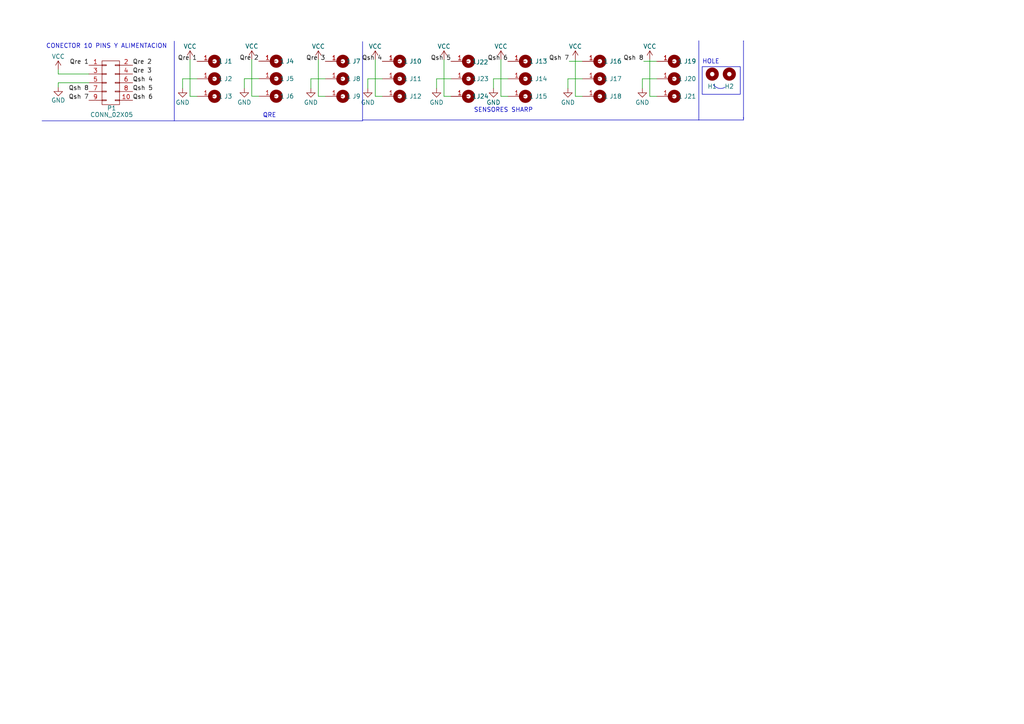
<source format=kicad_sch>
(kicad_sch
	(version 20231120)
	(generator "eeschema")
	(generator_version "8.0")
	(uuid "dc77446b-fd16-41cf-971c-a199ab2fdbc1")
	(paper "A4")
	(title_block
		(title "PCB DE PASO")
		(date "2023-08-15")
		(rev "PCB DE PASO BOBY")
		(company "BIG CARPINCHO CORPORATION ")
		(comment 1 "CREADOR: Lucas Chavez")
	)
	(lib_symbols
		(symbol "EEST5:CONN_02X05"
			(pin_names
				(offset 0.0254) hide)
			(exclude_from_sim no)
			(in_bom yes)
			(on_board yes)
			(property "Reference" "P"
				(at 0 7.62 0)
				(effects
					(font
						(size 1.27 1.27)
					)
				)
			)
			(property "Value" "CONN_02X05"
				(at 0 -7.62 0)
				(effects
					(font
						(size 1.27 1.27)
					)
				)
			)
			(property "Footprint" ""
				(at 0 -30.48 0)
				(effects
					(font
						(size 1.27 1.27)
					)
				)
			)
			(property "Datasheet" ""
				(at 0 -30.48 0)
				(effects
					(font
						(size 1.27 1.27)
					)
				)
			)
			(property "Description" "Connector, double row, 02x05"
				(at 0 0 0)
				(effects
					(font
						(size 1.27 1.27)
					)
					(hide yes)
				)
			)
			(property "ki_keywords" "connector"
				(at 0 0 0)
				(effects
					(font
						(size 1.27 1.27)
					)
					(hide yes)
				)
			)
			(property "ki_fp_filters" "Pin_Header_Straight_2X05 Pin_Header_Angled_2X05 Socket_Strip_Straight_2X05 Socket_Strip_Angled_2X05 Header*"
				(at 0 0 0)
				(effects
					(font
						(size 1.27 1.27)
					)
					(hide yes)
				)
			)
			(symbol "CONN_02X05_0_1"
				(rectangle
					(start -2.54 -4.953)
					(end -1.27 -5.207)
					(stroke
						(width 0)
						(type solid)
					)
					(fill
						(type none)
					)
				)
				(rectangle
					(start -2.54 -2.413)
					(end -1.27 -2.667)
					(stroke
						(width 0)
						(type solid)
					)
					(fill
						(type none)
					)
				)
				(rectangle
					(start -2.54 0.127)
					(end -1.27 -0.127)
					(stroke
						(width 0)
						(type solid)
					)
					(fill
						(type none)
					)
				)
				(rectangle
					(start -2.54 2.667)
					(end -1.27 2.413)
					(stroke
						(width 0)
						(type solid)
					)
					(fill
						(type none)
					)
				)
				(rectangle
					(start -2.54 5.207)
					(end -1.27 4.953)
					(stroke
						(width 0)
						(type solid)
					)
					(fill
						(type none)
					)
				)
				(rectangle
					(start -2.54 6.35)
					(end 2.54 -6.35)
					(stroke
						(width 0)
						(type solid)
					)
					(fill
						(type none)
					)
				)
				(rectangle
					(start 1.27 -4.953)
					(end 2.54 -5.207)
					(stroke
						(width 0)
						(type solid)
					)
					(fill
						(type none)
					)
				)
				(rectangle
					(start 1.27 -2.413)
					(end 2.54 -2.667)
					(stroke
						(width 0)
						(type solid)
					)
					(fill
						(type none)
					)
				)
				(rectangle
					(start 1.27 0.127)
					(end 2.54 -0.127)
					(stroke
						(width 0)
						(type solid)
					)
					(fill
						(type none)
					)
				)
				(rectangle
					(start 1.27 2.667)
					(end 2.54 2.413)
					(stroke
						(width 0)
						(type solid)
					)
					(fill
						(type none)
					)
				)
				(rectangle
					(start 1.27 5.207)
					(end 2.54 4.953)
					(stroke
						(width 0)
						(type solid)
					)
					(fill
						(type none)
					)
				)
			)
			(symbol "CONN_02X05_1_1"
				(pin passive line
					(at -6.35 5.08 0)
					(length 3.81)
					(name "P1"
						(effects
							(font
								(size 1.27 1.27)
							)
						)
					)
					(number "1"
						(effects
							(font
								(size 1.27 1.27)
							)
						)
					)
				)
				(pin passive line
					(at 6.35 -5.08 180)
					(length 3.81)
					(name "P10"
						(effects
							(font
								(size 1.27 1.27)
							)
						)
					)
					(number "10"
						(effects
							(font
								(size 1.27 1.27)
							)
						)
					)
				)
				(pin passive line
					(at 6.35 5.08 180)
					(length 3.81)
					(name "P2"
						(effects
							(font
								(size 1.27 1.27)
							)
						)
					)
					(number "2"
						(effects
							(font
								(size 1.27 1.27)
							)
						)
					)
				)
				(pin passive line
					(at -6.35 2.54 0)
					(length 3.81)
					(name "P3"
						(effects
							(font
								(size 1.27 1.27)
							)
						)
					)
					(number "3"
						(effects
							(font
								(size 1.27 1.27)
							)
						)
					)
				)
				(pin passive line
					(at 6.35 2.54 180)
					(length 3.81)
					(name "P4"
						(effects
							(font
								(size 1.27 1.27)
							)
						)
					)
					(number "4"
						(effects
							(font
								(size 1.27 1.27)
							)
						)
					)
				)
				(pin passive line
					(at -6.35 0 0)
					(length 3.81)
					(name "P5"
						(effects
							(font
								(size 1.27 1.27)
							)
						)
					)
					(number "5"
						(effects
							(font
								(size 1.27 1.27)
							)
						)
					)
				)
				(pin passive line
					(at 6.35 0 180)
					(length 3.81)
					(name "P6"
						(effects
							(font
								(size 1.27 1.27)
							)
						)
					)
					(number "6"
						(effects
							(font
								(size 1.27 1.27)
							)
						)
					)
				)
				(pin passive line
					(at -6.35 -2.54 0)
					(length 3.81)
					(name "P7"
						(effects
							(font
								(size 1.27 1.27)
							)
						)
					)
					(number "7"
						(effects
							(font
								(size 1.27 1.27)
							)
						)
					)
				)
				(pin passive line
					(at 6.35 -2.54 180)
					(length 3.81)
					(name "P8"
						(effects
							(font
								(size 1.27 1.27)
							)
						)
					)
					(number "8"
						(effects
							(font
								(size 1.27 1.27)
							)
						)
					)
				)
				(pin passive line
					(at -6.35 -5.08 0)
					(length 3.81)
					(name "P9"
						(effects
							(font
								(size 1.27 1.27)
							)
						)
					)
					(number "9"
						(effects
							(font
								(size 1.27 1.27)
							)
						)
					)
				)
			)
		)
		(symbol "EEST5:Mounting_Hole"
			(pin_names
				(offset 1.016)
			)
			(exclude_from_sim no)
			(in_bom yes)
			(on_board yes)
			(property "Reference" "H"
				(at 0 5.08 0)
				(effects
					(font
						(size 1.27 1.27)
					)
				)
			)
			(property "Value" "Mounting_Hole"
				(at 0 3.175 0)
				(effects
					(font
						(size 1.27 1.27)
					)
					(hide yes)
				)
			)
			(property "Footprint" ""
				(at 0 0 0)
				(effects
					(font
						(size 1.524 1.524)
					)
					(hide yes)
				)
			)
			(property "Datasheet" ""
				(at 0 0 0)
				(effects
					(font
						(size 1.524 1.524)
					)
					(hide yes)
				)
			)
			(property "Description" "Mounting Hole without connection"
				(at 0 0 0)
				(effects
					(font
						(size 1.27 1.27)
					)
					(hide yes)
				)
			)
			(property "ki_keywords" "mounting hole"
				(at 0 0 0)
				(effects
					(font
						(size 1.27 1.27)
					)
					(hide yes)
				)
			)
			(property "ki_fp_filters" "hole* Logo* PAD* Separador* Cable*"
				(at 0 0 0)
				(effects
					(font
						(size 1.27 1.27)
					)
					(hide yes)
				)
			)
			(symbol "Mounting_Hole_0_1"
				(circle
					(center 0 0)
					(radius 1.27)
					(stroke
						(width 1.27)
						(type solid)
					)
					(fill
						(type none)
					)
				)
			)
		)
		(symbol "EESTN5:Cable_PAD"
			(pin_names
				(offset 1.016)
			)
			(exclude_from_sim no)
			(in_bom yes)
			(on_board yes)
			(property "Reference" "J"
				(at 0 5.08 0)
				(effects
					(font
						(size 1.27 1.27)
					)
				)
			)
			(property "Value" "Cable_PAD"
				(at 0 3.175 0)
				(effects
					(font
						(size 1.27 1.27)
					)
					(hide yes)
				)
			)
			(property "Footprint" ""
				(at 0 0 0)
				(effects
					(font
						(size 1.524 1.524)
					)
					(hide yes)
				)
			)
			(property "Datasheet" ""
				(at 0 0 0)
				(effects
					(font
						(size 1.524 1.524)
					)
					(hide yes)
				)
			)
			(property "Description" "Solder Pad for cable connection"
				(at 0 0 0)
				(effects
					(font
						(size 1.27 1.27)
					)
					(hide yes)
				)
			)
			(property "ki_keywords" "Cable"
				(at 0 0 0)
				(effects
					(font
						(size 1.27 1.27)
					)
					(hide yes)
				)
			)
			(property "ki_fp_filters" "Cable*"
				(at 0 0 0)
				(effects
					(font
						(size 1.27 1.27)
					)
					(hide yes)
				)
			)
			(symbol "Cable_PAD_0_1"
				(circle
					(center 0 0)
					(radius 1.27)
					(stroke
						(width 1.27)
						(type default)
					)
					(fill
						(type none)
					)
				)
			)
			(symbol "Cable_PAD_1_1"
				(pin input line
					(at -5.08 0 0)
					(length 5.08)
					(name "1"
						(effects
							(font
								(size 1.27 1.27)
							)
						)
					)
					(number "1"
						(effects
							(font
								(size 1.27 1.27)
							)
						)
					)
				)
			)
		)
		(symbol "power:GND"
			(power)
			(pin_names
				(offset 0)
			)
			(exclude_from_sim no)
			(in_bom yes)
			(on_board yes)
			(property "Reference" "#PWR"
				(at 0 -6.35 0)
				(effects
					(font
						(size 1.27 1.27)
					)
					(hide yes)
				)
			)
			(property "Value" "GND"
				(at 0 -3.81 0)
				(effects
					(font
						(size 1.27 1.27)
					)
				)
			)
			(property "Footprint" ""
				(at 0 0 0)
				(effects
					(font
						(size 1.27 1.27)
					)
					(hide yes)
				)
			)
			(property "Datasheet" ""
				(at 0 0 0)
				(effects
					(font
						(size 1.27 1.27)
					)
					(hide yes)
				)
			)
			(property "Description" "Power symbol creates a global label with name \"GND\" , ground"
				(at 0 0 0)
				(effects
					(font
						(size 1.27 1.27)
					)
					(hide yes)
				)
			)
			(property "ki_keywords" "global power"
				(at 0 0 0)
				(effects
					(font
						(size 1.27 1.27)
					)
					(hide yes)
				)
			)
			(symbol "GND_0_1"
				(polyline
					(pts
						(xy 0 0) (xy 0 -1.27) (xy 1.27 -1.27) (xy 0 -2.54) (xy -1.27 -1.27) (xy 0 -1.27)
					)
					(stroke
						(width 0)
						(type default)
					)
					(fill
						(type none)
					)
				)
			)
			(symbol "GND_1_1"
				(pin power_in line
					(at 0 0 270)
					(length 0) hide
					(name "GND"
						(effects
							(font
								(size 1.27 1.27)
							)
						)
					)
					(number "1"
						(effects
							(font
								(size 1.27 1.27)
							)
						)
					)
				)
			)
		)
		(symbol "power:VCC"
			(power)
			(pin_names
				(offset 0)
			)
			(exclude_from_sim no)
			(in_bom yes)
			(on_board yes)
			(property "Reference" "#PWR"
				(at 0 -3.81 0)
				(effects
					(font
						(size 1.27 1.27)
					)
					(hide yes)
				)
			)
			(property "Value" "VCC"
				(at 0 3.81 0)
				(effects
					(font
						(size 1.27 1.27)
					)
				)
			)
			(property "Footprint" ""
				(at 0 0 0)
				(effects
					(font
						(size 1.27 1.27)
					)
					(hide yes)
				)
			)
			(property "Datasheet" ""
				(at 0 0 0)
				(effects
					(font
						(size 1.27 1.27)
					)
					(hide yes)
				)
			)
			(property "Description" "Power symbol creates a global label with name \"VCC\""
				(at 0 0 0)
				(effects
					(font
						(size 1.27 1.27)
					)
					(hide yes)
				)
			)
			(property "ki_keywords" "global power"
				(at 0 0 0)
				(effects
					(font
						(size 1.27 1.27)
					)
					(hide yes)
				)
			)
			(symbol "VCC_0_1"
				(polyline
					(pts
						(xy -0.762 1.27) (xy 0 2.54)
					)
					(stroke
						(width 0)
						(type default)
					)
					(fill
						(type none)
					)
				)
				(polyline
					(pts
						(xy 0 0) (xy 0 2.54)
					)
					(stroke
						(width 0)
						(type default)
					)
					(fill
						(type none)
					)
				)
				(polyline
					(pts
						(xy 0 2.54) (xy 0.762 1.27)
					)
					(stroke
						(width 0)
						(type default)
					)
					(fill
						(type none)
					)
				)
			)
			(symbol "VCC_1_1"
				(pin power_in line
					(at 0 0 90)
					(length 0) hide
					(name "VCC"
						(effects
							(font
								(size 1.27 1.27)
							)
						)
					)
					(number "1"
						(effects
							(font
								(size 1.27 1.27)
							)
						)
					)
				)
			)
		)
	)
	(wire
		(pts
			(xy 147.32 22.86) (xy 143.129 22.86)
		)
		(stroke
			(width 0)
			(type default)
		)
		(uuid "03edd54d-9ba3-42dd-889b-8bc290af0ac9")
	)
	(polyline
		(pts
			(xy 203.6597 19.3363) (xy 203.6597 27.3373)
		)
		(stroke
			(width 0)
			(type default)
		)
		(uuid "0d70eacd-01b2-41bc-84b3-ec7322397424")
	)
	(polyline
		(pts
			(xy 50.546 35.052) (xy 105.156 35.052)
		)
		(stroke
			(width 0)
			(type default)
		)
		(uuid "163ce036-302f-45b0-974e-52bdd1eedfed")
	)
	(wire
		(pts
			(xy 73.0211 27.9081) (xy 75.0531 27.9081)
		)
		(stroke
			(width 0)
			(type default)
		)
		(uuid "16ad4774-c102-457a-af58-7e9d298bce0a")
	)
	(wire
		(pts
			(xy 165.1 17.78) (xy 168.91 17.78)
		)
		(stroke
			(width 0)
			(type default)
		)
		(uuid "17a3e8c6-71f6-4dac-b2c3-be48f1584206")
	)
	(wire
		(pts
			(xy 90.17 22.86) (xy 90.17 25.654)
		)
		(stroke
			(width 0)
			(type default)
		)
		(uuid "1aa048f1-2086-4262-82fe-14b5d17052b7")
	)
	(polyline
		(pts
			(xy 214.7087 27.3373) (xy 214.7087 19.3363)
		)
		(stroke
			(width 0)
			(type default)
		)
		(uuid "1af28db5-0543-43e9-af6f-1a880106adb3")
	)
	(wire
		(pts
			(xy 55.118 27.94) (xy 57.15 27.94)
		)
		(stroke
			(width 0)
			(type default)
		)
		(uuid "1b0f714f-fae2-41ce-a41f-e1956805ac03")
	)
	(wire
		(pts
			(xy 16.891 24.003) (xy 25.781 24.003)
		)
		(stroke
			(width 0)
			(type default)
		)
		(uuid "1b388183-1164-4f30-ba92-00051c718be7")
	)
	(wire
		(pts
			(xy 166.878 27.94) (xy 168.91 27.94)
		)
		(stroke
			(width 0)
			(type default)
		)
		(uuid "2422a480-7836-4498-b851-673b569b8d27")
	)
	(wire
		(pts
			(xy 52.959 22.86) (xy 52.959 25.654)
		)
		(stroke
			(width 0)
			(type default)
		)
		(uuid "28e6d4e0-145e-408d-aef1-fc312eabd278")
	)
	(wire
		(pts
			(xy 190.5 17.78) (xy 186.69 17.78)
		)
		(stroke
			(width 0)
			(type default)
		)
		(uuid "2f1402d5-d921-4a84-b52a-596e8796b7e1")
	)
	(wire
		(pts
			(xy 164.719 22.86) (xy 164.719 25.654)
		)
		(stroke
			(width 0)
			(type default)
		)
		(uuid "31efbc80-f28c-4def-bd28-da18cffb6e61")
	)
	(wire
		(pts
			(xy 75.0531 22.8281) (xy 70.8621 22.8281)
		)
		(stroke
			(width 0)
			(type default)
		)
		(uuid "3c4e0445-6a73-4576-a209-656d6d2c6ec5")
	)
	(polyline
		(pts
			(xy 215.646 11.811) (xy 215.646 11.938)
		)
		(stroke
			(width 0)
			(type default)
		)
		(uuid "3e69a76d-3af4-45ed-9140-d12c344c32ac")
	)
	(wire
		(pts
			(xy 92.329 27.94) (xy 94.361 27.94)
		)
		(stroke
			(width 0)
			(type default)
		)
		(uuid "430e5b40-655f-4cee-9d7d-f942fbc6c1a7")
	)
	(wire
		(pts
			(xy 166.878 17.272) (xy 166.878 27.94)
		)
		(stroke
			(width 0)
			(type default)
		)
		(uuid "47127af5-79d4-4d44-a684-a80d15b5c3fc")
	)
	(wire
		(pts
			(xy 94.361 22.86) (xy 90.17 22.86)
		)
		(stroke
			(width 0)
			(type default)
		)
		(uuid "494fa112-91be-45dc-89f5-6cb31797454a")
	)
	(polyline
		(pts
			(xy 215.646 11.938) (xy 215.646 34.417)
		)
		(stroke
			(width 0)
			(type default)
		)
		(uuid "4d10aa17-5757-4b7d-9b6a-7f3431c92eff")
	)
	(polyline
		(pts
			(xy 50.546 11.938) (xy 50.546 35.052)
		)
		(stroke
			(width 0)
			(type default)
		)
		(uuid "4f19c798-81c2-4011-bca3-85ea41608a2b")
	)
	(polyline
		(pts
			(xy 105.156 12.065) (xy 105.156 35.052)
		)
		(stroke
			(width 0)
			(type default)
		)
		(uuid "515ab00c-e7d4-4e98-945c-d52b97f78536")
	)
	(polyline
		(pts
			(xy 105.156 34.798) (xy 202.692 34.798)
		)
		(stroke
			(width 0)
			(type default)
		)
		(uuid "66e51b1f-4a98-4dda-ad2d-b446d72cafae")
	)
	(wire
		(pts
			(xy 57.15 22.86) (xy 52.959 22.86)
		)
		(stroke
			(width 0)
			(type default)
		)
		(uuid "68087aa9-1a54-4b0a-ab56-4f946f81e6d5")
	)
	(wire
		(pts
			(xy 70.8621 22.8281) (xy 70.8621 25.6221)
		)
		(stroke
			(width 0)
			(type default)
		)
		(uuid "69c1df55-2d4c-40d0-a71f-8063f3b0c91e")
	)
	(polyline
		(pts
			(xy 203.6597 27.3373) (xy 214.7087 27.3373)
		)
		(stroke
			(width 0)
			(type default)
		)
		(uuid "6dcf67a9-9671-4144-9be1-03d42f1d2cc4")
	)
	(polyline
		(pts
			(xy 12.192 35.052) (xy 50.546 35.052)
		)
		(stroke
			(width 0)
			(type default)
		)
		(uuid "721779ea-1231-4dc9-adeb-5e0aa3f8157b")
	)
	(wire
		(pts
			(xy 145.288 27.94) (xy 147.32 27.94)
		)
		(stroke
			(width 0)
			(type default)
		)
		(uuid "799c5258-f8ea-4e78-b844-2be956529b8a")
	)
	(wire
		(pts
			(xy 128.778 17.272) (xy 128.778 27.94)
		)
		(stroke
			(width 0)
			(type default)
		)
		(uuid "7ad275f7-50d7-4ac5-9993-1ae51fe3369a")
	)
	(wire
		(pts
			(xy 168.91 22.86) (xy 164.719 22.86)
		)
		(stroke
			(width 0)
			(type default)
		)
		(uuid "7c71e224-578b-4df5-8194-da026d5d0a0a")
	)
	(wire
		(pts
			(xy 108.839 27.94) (xy 110.871 27.94)
		)
		(stroke
			(width 0)
			(type default)
		)
		(uuid "7d9fd07d-1d82-42d3-905a-ed12cedfb706")
	)
	(wire
		(pts
			(xy 55.118 17.272) (xy 55.118 27.94)
		)
		(stroke
			(width 0)
			(type default)
		)
		(uuid "87827423-12c9-47f5-9372-a12e21464d93")
	)
	(wire
		(pts
			(xy 73.0211 17.2401) (xy 73.0211 27.9081)
		)
		(stroke
			(width 0)
			(type default)
		)
		(uuid "88b0ea59-3f5f-4d50-aedc-bc6e62aca21d")
	)
	(wire
		(pts
			(xy 128.778 27.94) (xy 130.81 27.94)
		)
		(stroke
			(width 0)
			(type default)
		)
		(uuid "8ed9db8a-0990-4df9-95a0-14de21e3ac5c")
	)
	(wire
		(pts
			(xy 188.468 27.94) (xy 190.5 27.94)
		)
		(stroke
			(width 0)
			(type default)
		)
		(uuid "8fe2a18a-227e-4838-9e8a-391f1fd60445")
	)
	(wire
		(pts
			(xy 186.309 22.86) (xy 186.309 25.654)
		)
		(stroke
			(width 0)
			(type default)
		)
		(uuid "932ea8b4-a3e9-41d3-a86d-527a9c0194b8")
	)
	(wire
		(pts
			(xy 16.891 20.193) (xy 16.891 21.463)
		)
		(stroke
			(width 0)
			(type default)
		)
		(uuid "95909e8e-6a1f-43ed-b856-9f6a2b288e9a")
	)
	(wire
		(pts
			(xy 16.891 24.003) (xy 16.891 25.273)
		)
		(stroke
			(width 0)
			(type default)
		)
		(uuid "9773401d-b9fe-47d4-ba36-eb5a2d33f19c")
	)
	(wire
		(pts
			(xy 25.781 21.463) (xy 16.891 21.463)
		)
		(stroke
			(width 0)
			(type default)
		)
		(uuid "9cd32f4e-9015-46ca-b171-9aab3a5da75a")
	)
	(polyline
		(pts
			(xy 203.6597 19.3363) (xy 214.7087 19.3363)
		)
		(stroke
			(width 0)
			(type default)
		)
		(uuid "ada996ac-fa43-4fe5-afb0-8fe9db154b93")
	)
	(wire
		(pts
			(xy 106.68 22.86) (xy 106.68 25.654)
		)
		(stroke
			(width 0)
			(type default)
		)
		(uuid "b07f4876-246f-42eb-b603-029b4e55e43b")
	)
	(wire
		(pts
			(xy 143.129 22.86) (xy 143.129 25.654)
		)
		(stroke
			(width 0)
			(type default)
		)
		(uuid "ba5c9306-8489-4b65-89bf-bba1c66e3245")
	)
	(polyline
		(pts
			(xy 202.692 11.811) (xy 202.692 34.798)
		)
		(stroke
			(width 0)
			(type default)
		)
		(uuid "bf58cfc6-f54f-4283-8500-b94ecda11ce8")
	)
	(polyline
		(pts
			(xy 215.646 34.798) (xy 215.646 34.036)
		)
		(stroke
			(width 0)
			(type default)
		)
		(uuid "c569a5c6-1125-486b-8c01-9328307beda2")
	)
	(wire
		(pts
			(xy 110.871 22.86) (xy 106.68 22.86)
		)
		(stroke
			(width 0)
			(type default)
		)
		(uuid "ca3645af-36c0-44c5-a425-aecf0b70b824")
	)
	(wire
		(pts
			(xy 188.468 17.272) (xy 188.468 27.94)
		)
		(stroke
			(width 0)
			(type default)
		)
		(uuid "d0f1afe5-3e5a-49e2-a287-bb13e203d8b9")
	)
	(polyline
		(pts
			(xy 202.692 34.798) (xy 215.646 34.798)
		)
		(stroke
			(width 0)
			(type default)
		)
		(uuid "e00c1721-6ff6-43ca-ba6f-e88b98714539")
	)
	(wire
		(pts
			(xy 145.288 17.272) (xy 145.288 27.94)
		)
		(stroke
			(width 0)
			(type default)
		)
		(uuid "e162a027-f210-43d3-9e2c-2b9b37be890f")
	)
	(wire
		(pts
			(xy 92.329 17.272) (xy 92.329 27.94)
		)
		(stroke
			(width 0)
			(type default)
		)
		(uuid "ec1293cd-0709-4930-ae5a-90e5f573819e")
	)
	(wire
		(pts
			(xy 190.5 22.86) (xy 186.309 22.86)
		)
		(stroke
			(width 0)
			(type default)
		)
		(uuid "ee31d62f-88ca-4e61-a7e3-369d35ca36d9")
	)
	(wire
		(pts
			(xy 126.619 22.86) (xy 126.619 25.654)
		)
		(stroke
			(width 0)
			(type default)
		)
		(uuid "f4e4d605-8ea6-4ed2-b743-ef942a8634c2")
	)
	(wire
		(pts
			(xy 130.81 22.86) (xy 126.619 22.86)
		)
		(stroke
			(width 0)
			(type default)
		)
		(uuid "f8332d9c-2fa2-4480-a18a-54e5a89843d4")
	)
	(wire
		(pts
			(xy 108.839 17.272) (xy 108.839 27.94)
		)
		(stroke
			(width 0)
			(type default)
		)
		(uuid "fa40621a-3620-4ebf-ab1c-643d8255e1c1")
	)
	(arc
		(start 210.2637 25.3053)
		(mid 208.4576 25.602)
		(end 206.9617 24.5433)
		(stroke
			(width 0)
			(type default)
		)
		(fill
			(type none)
		)
		(uuid ec1b38ea-88fd-4d07-baf1-f3f673f71a7d)
	)
	(text "HOLE\n"
		(exclude_from_sim no)
		(at 203.6597 18.7013 0)
		(effects
			(font
				(size 1.27 1.27)
			)
			(justify left bottom)
		)
		(uuid "8642fa37-45b7-4f77-9a59-d3a6f4ce7964")
	)
	(text "QRE\n"
		(exclude_from_sim no)
		(at 76.2 34.29 0)
		(effects
			(font
				(size 1.27 1.27)
			)
			(justify left bottom)
		)
		(uuid "a24d9b97-4fb4-4fa2-924f-306ec7414e5a")
	)
	(text "CONECTOR 10 PINS Y ALIMENTACION \n\n"
		(exclude_from_sim no)
		(at 13.335 16.256 0)
		(effects
			(font
				(size 1.27 1.27)
			)
			(justify left bottom)
		)
		(uuid "d6b21ef5-b120-4927-9b11-295ac54cfbd3")
	)
	(text "SENSORES SHARP\n"
		(exclude_from_sim no)
		(at 137.414 32.766 0)
		(effects
			(font
				(size 1.27 1.27)
			)
			(justify left bottom)
		)
		(uuid "faa5e764-44c4-430f-aa94-52baed4e62d9")
	)
	(label "Qsh 6"
		(at 147.32 17.78 180)
		(fields_autoplaced yes)
		(effects
			(font
				(size 1.27 1.27)
			)
			(justify right bottom)
		)
		(uuid "1ad48325-da7a-4ab4-95c6-38e04e7896e9")
	)
	(label "Qsh 4"
		(at 110.871 17.78 180)
		(fields_autoplaced yes)
		(effects
			(font
				(size 1.27 1.27)
			)
			(justify right bottom)
		)
		(uuid "286d8e44-13b3-4332-ac48-203256852314")
	)
	(label "Qsh 7"
		(at 25.781 29.083 180)
		(fields_autoplaced yes)
		(effects
			(font
				(size 1.27 1.27)
			)
			(justify right bottom)
		)
		(uuid "2c2726b7-648a-48f9-9bea-3781523017d9")
	)
	(label "Qre 1"
		(at 25.781 18.923 180)
		(fields_autoplaced yes)
		(effects
			(font
				(size 1.27 1.27)
			)
			(justify right bottom)
		)
		(uuid "35faa73a-1d15-4191-adbd-770913b03f00")
	)
	(label "Qsh 8"
		(at 186.69 17.78 180)
		(fields_autoplaced yes)
		(effects
			(font
				(size 1.27 1.27)
			)
			(justify right bottom)
		)
		(uuid "3bfd3f89-6bab-4f84-a3d8-a75d33efe6e8")
	)
	(label "Qre 2"
		(at 38.481 18.923 0)
		(fields_autoplaced yes)
		(effects
			(font
				(size 1.27 1.27)
			)
			(justify left bottom)
		)
		(uuid "51fa585d-e1f8-47c2-8a48-5cba37a5fd5e")
	)
	(label "Qsh 4"
		(at 38.481 24.003 0)
		(fields_autoplaced yes)
		(effects
			(font
				(size 1.27 1.27)
			)
			(justify left bottom)
		)
		(uuid "569a907c-0dc9-46bd-b2fb-f6345d6cf8f0")
	)
	(label "Qsh 6"
		(at 38.481 29.083 0)
		(fields_autoplaced yes)
		(effects
			(font
				(size 1.27 1.27)
			)
			(justify left bottom)
		)
		(uuid "6cf61e7b-3946-4454-ac1b-69bae593ad6e")
	)
	(label "Qre 2"
		(at 75.0531 17.7481 180)
		(fields_autoplaced yes)
		(effects
			(font
				(size 1.27 1.27)
			)
			(justify right bottom)
		)
		(uuid "84c5aec6-c4c0-4831-8c69-61800c229ed0")
	)
	(label "Qsh 5"
		(at 130.81 17.78 180)
		(fields_autoplaced yes)
		(effects
			(font
				(size 1.27 1.27)
			)
			(justify right bottom)
		)
		(uuid "8b410c79-7400-4783-a36e-ab354232144c")
	)
	(label "Qre 3"
		(at 38.481 21.463 0)
		(fields_autoplaced yes)
		(effects
			(font
				(size 1.27 1.27)
			)
			(justify left bottom)
		)
		(uuid "c275e530-623d-4ab4-bf1e-38707eb21e67")
	)
	(label "Qsh 7"
		(at 165.1 17.78 180)
		(fields_autoplaced yes)
		(effects
			(font
				(size 1.27 1.27)
			)
			(justify right bottom)
		)
		(uuid "c7396745-89ba-4cae-bb29-fc761eba5ddf")
	)
	(label "Qre 3"
		(at 94.361 17.78 180)
		(fields_autoplaced yes)
		(effects
			(font
				(size 1.27 1.27)
			)
			(justify right bottom)
		)
		(uuid "d195990a-ba5c-4c69-bd3e-7856450f63b4")
	)
	(label "Qre 1"
		(at 57.15 17.78 180)
		(fields_autoplaced yes)
		(effects
			(font
				(size 1.27 1.27)
			)
			(justify right bottom)
		)
		(uuid "d2b8bf0c-00d4-4177-a3d1-bf6e19fda79d")
	)
	(label "Qsh 5"
		(at 38.481 26.543 0)
		(fields_autoplaced yes)
		(effects
			(font
				(size 1.27 1.27)
			)
			(justify left bottom)
		)
		(uuid "e1ddf66a-21e5-4cbf-866e-0fe3dba717b5")
	)
	(label "Qsh 8"
		(at 25.781 26.543 180)
		(fields_autoplaced yes)
		(effects
			(font
				(size 1.27 1.27)
			)
			(justify right bottom)
		)
		(uuid "e679c577-6cec-4f42-a2f7-a6a122b01e45")
	)
	(symbol
		(lib_id "EEST5:CONN_02X05")
		(at 32.131 24.003 0)
		(unit 1)
		(exclude_from_sim no)
		(in_bom yes)
		(on_board yes)
		(dnp no)
		(uuid "000ec344-261d-49dd-8472-19f55055130d")
		(property "Reference" "P1"
			(at 32.385 31.369 0)
			(effects
				(font
					(size 1.27 1.27)
				)
			)
		)
		(property "Value" "CONN_02X05"
			(at 32.385 33.274 0)
			(effects
				(font
					(size 1.27 1.27)
				)
			)
		)
		(property "Footprint" "EESTN5:Header_2x05x2.54mm_Vertical"
			(at 32.131 54.483 0)
			(effects
				(font
					(size 1.27 1.27)
				)
				(hide yes)
			)
		)
		(property "Datasheet" ""
			(at 32.131 54.483 0)
			(effects
				(font
					(size 1.27 1.27)
				)
			)
		)
		(property "Description" ""
			(at 32.131 24.003 0)
			(effects
				(font
					(size 1.27 1.27)
				)
				(hide yes)
			)
		)
		(pin "1"
			(uuid "a43e8fb1-12eb-4edb-a680-73310966fff6")
		)
		(pin "10"
			(uuid "c1b366ef-e589-4435-b57f-93f55fc39a35")
		)
		(pin "2"
			(uuid "82635188-10d7-42c7-b621-817cf60016bb")
		)
		(pin "3"
			(uuid "8fcaa8e6-1d34-46a1-9d0c-14e2294bc3a0")
		)
		(pin "4"
			(uuid "cc55d23b-de9f-4b30-a57d-0a39c7e6ee98")
		)
		(pin "5"
			(uuid "cc0ff1a8-30e5-4b94-8640-31fb1ea4fd1b")
		)
		(pin "6"
			(uuid "e446776b-c611-42d0-83dc-7bde18bcdcaf")
		)
		(pin "7"
			(uuid "8dbbaa8a-f2d5-4435-86af-ff85f4424dfa")
		)
		(pin "8"
			(uuid "a7c2edb4-dce9-4d46-ba0a-2feb02f72131")
		)
		(pin "9"
			(uuid "d4f7e375-cfe6-4118-b6ef-078636725640")
		)
		(instances
			(project "Boby"
				(path "/08fbea03-9c0e-430d-8def-def9c77dc2d5"
					(reference "P1")
					(unit 1)
				)
			)
			(project "placadepaso"
				(path "/dc77446b-fd16-41cf-971c-a199ab2fdbc1"
					(reference "P1")
					(unit 1)
				)
			)
		)
	)
	(symbol
		(lib_id "EESTN5:Cable_PAD")
		(at 62.23 27.94 0)
		(unit 1)
		(exclude_from_sim no)
		(in_bom yes)
		(on_board yes)
		(dnp no)
		(fields_autoplaced yes)
		(uuid "16742ca1-a96a-41ff-8db4-7c783dc40a4c")
		(property "Reference" "J3"
			(at 64.9967 27.9399 0)
			(effects
				(font
					(size 1.27 1.27)
				)
				(justify left)
			)
		)
		(property "Value" "Cable_PAD"
			(at 62.23 24.765 0)
			(effects
				(font
					(size 1.27 1.27)
				)
				(hide yes)
			)
		)
		(property "Footprint" "EESTN5:Cable_Doble_1,5mm_little"
			(at 62.23 27.94 0)
			(effects
				(font
					(size 1.524 1.524)
				)
				(hide yes)
			)
		)
		(property "Datasheet" ""
			(at 62.23 27.94 0)
			(effects
				(font
					(size 1.524 1.524)
				)
				(hide yes)
			)
		)
		(property "Description" "Solder Pad for cable connection"
			(at 62.23 27.94 0)
			(effects
				(font
					(size 1.27 1.27)
				)
				(hide yes)
			)
		)
		(pin "1"
			(uuid "ed9d17d1-ca1e-47e0-ab16-83b95d2e9ef5")
		)
		(instances
			(project "placadepaso"
				(path "/dc77446b-fd16-41cf-971c-a199ab2fdbc1"
					(reference "J3")
					(unit 1)
				)
			)
		)
	)
	(symbol
		(lib_id "EESTN5:Cable_PAD")
		(at 173.99 27.94 0)
		(unit 1)
		(exclude_from_sim no)
		(in_bom yes)
		(on_board yes)
		(dnp no)
		(fields_autoplaced yes)
		(uuid "2fae2f47-786d-4839-8ba0-7335cd0094f6")
		(property "Reference" "J18"
			(at 176.7567 27.9399 0)
			(effects
				(font
					(size 1.27 1.27)
				)
				(justify left)
			)
		)
		(property "Value" "Cable_PAD"
			(at 173.99 24.765 0)
			(effects
				(font
					(size 1.27 1.27)
				)
				(hide yes)
			)
		)
		(property "Footprint" "EESTN5:Cable_Doble_1,5mm_little"
			(at 173.99 27.94 0)
			(effects
				(font
					(size 1.524 1.524)
				)
				(hide yes)
			)
		)
		(property "Datasheet" ""
			(at 173.99 27.94 0)
			(effects
				(font
					(size 1.524 1.524)
				)
				(hide yes)
			)
		)
		(property "Description" "Solder Pad for cable connection"
			(at 173.99 27.94 0)
			(effects
				(font
					(size 1.27 1.27)
				)
				(hide yes)
			)
		)
		(pin "1"
			(uuid "a4a88377-9339-4d94-8933-c432dbe368af")
		)
		(instances
			(project "placadepaso"
				(path "/dc77446b-fd16-41cf-971c-a199ab2fdbc1"
					(reference "J18")
					(unit 1)
				)
			)
		)
	)
	(symbol
		(lib_id "power:GND")
		(at 186.309 25.654 0)
		(unit 1)
		(exclude_from_sim no)
		(in_bom yes)
		(on_board yes)
		(dnp no)
		(uuid "3d5cfb3e-0f3a-4aca-9ff5-19847e21f3f3")
		(property "Reference" "#PWR015"
			(at 186.309 32.004 0)
			(effects
				(font
					(size 1.27 1.27)
				)
				(hide yes)
			)
		)
		(property "Value" "GND"
			(at 186.309 29.718 0)
			(effects
				(font
					(size 1.27 1.27)
				)
			)
		)
		(property "Footprint" ""
			(at 186.309 25.654 0)
			(effects
				(font
					(size 1.27 1.27)
				)
				(hide yes)
			)
		)
		(property "Datasheet" ""
			(at 186.309 25.654 0)
			(effects
				(font
					(size 1.27 1.27)
				)
				(hide yes)
			)
		)
		(property "Description" ""
			(at 186.309 25.654 0)
			(effects
				(font
					(size 1.27 1.27)
				)
				(hide yes)
			)
		)
		(pin "1"
			(uuid "709df60c-3528-4c28-831a-8270b4a97805")
		)
		(instances
			(project "placadepaso"
				(path "/dc77446b-fd16-41cf-971c-a199ab2fdbc1"
					(reference "#PWR015")
					(unit 1)
				)
			)
		)
	)
	(symbol
		(lib_id "power:GND")
		(at 70.8621 25.6221 0)
		(unit 1)
		(exclude_from_sim no)
		(in_bom yes)
		(on_board yes)
		(dnp no)
		(uuid "4803fd12-acd6-46ac-8329-94b9fdf21d01")
		(property "Reference" "#PWR05"
			(at 70.8621 31.9721 0)
			(effects
				(font
					(size 1.27 1.27)
				)
				(hide yes)
			)
		)
		(property "Value" "GND"
			(at 70.8621 29.6861 0)
			(effects
				(font
					(size 1.27 1.27)
				)
			)
		)
		(property "Footprint" ""
			(at 70.8621 25.6221 0)
			(effects
				(font
					(size 1.27 1.27)
				)
				(hide yes)
			)
		)
		(property "Datasheet" ""
			(at 70.8621 25.6221 0)
			(effects
				(font
					(size 1.27 1.27)
				)
				(hide yes)
			)
		)
		(property "Description" ""
			(at 70.8621 25.6221 0)
			(effects
				(font
					(size 1.27 1.27)
				)
				(hide yes)
			)
		)
		(pin "1"
			(uuid "609b9e68-522f-4582-9459-9dcd7fc80f0c")
		)
		(instances
			(project "placadepaso"
				(path "/dc77446b-fd16-41cf-971c-a199ab2fdbc1"
					(reference "#PWR05")
					(unit 1)
				)
			)
		)
	)
	(symbol
		(lib_id "EESTN5:Cable_PAD")
		(at 99.441 22.86 0)
		(unit 1)
		(exclude_from_sim no)
		(in_bom yes)
		(on_board yes)
		(dnp no)
		(fields_autoplaced yes)
		(uuid "484337b3-0a2c-4af2-a5a9-5551e884327a")
		(property "Reference" "J8"
			(at 102.2077 22.8599 0)
			(effects
				(font
					(size 1.27 1.27)
				)
				(justify left)
			)
		)
		(property "Value" "Cable_PAD"
			(at 99.441 19.685 0)
			(effects
				(font
					(size 1.27 1.27)
				)
				(hide yes)
			)
		)
		(property "Footprint" "EESTN5:Cable_Doble_1,5mm_little"
			(at 99.441 22.86 0)
			(effects
				(font
					(size 1.524 1.524)
				)
				(hide yes)
			)
		)
		(property "Datasheet" ""
			(at 99.441 22.86 0)
			(effects
				(font
					(size 1.524 1.524)
				)
				(hide yes)
			)
		)
		(property "Description" "Solder Pad for cable connection"
			(at 99.441 22.86 0)
			(effects
				(font
					(size 1.27 1.27)
				)
				(hide yes)
			)
		)
		(pin "1"
			(uuid "a1a0b168-ece3-410d-baaf-0e445ac88030")
		)
		(instances
			(project "placadepaso"
				(path "/dc77446b-fd16-41cf-971c-a199ab2fdbc1"
					(reference "J8")
					(unit 1)
				)
			)
		)
	)
	(symbol
		(lib_id "power:GND")
		(at 52.959 25.654 0)
		(unit 1)
		(exclude_from_sim no)
		(in_bom yes)
		(on_board yes)
		(dnp no)
		(uuid "4ab08ba1-f239-485e-a6fc-49f386f92d41")
		(property "Reference" "#PWR02"
			(at 52.959 32.004 0)
			(effects
				(font
					(size 1.27 1.27)
				)
				(hide yes)
			)
		)
		(property "Value" "GND"
			(at 52.959 29.718 0)
			(effects
				(font
					(size 1.27 1.27)
				)
			)
		)
		(property "Footprint" ""
			(at 52.959 25.654 0)
			(effects
				(font
					(size 1.27 1.27)
				)
				(hide yes)
			)
		)
		(property "Datasheet" ""
			(at 52.959 25.654 0)
			(effects
				(font
					(size 1.27 1.27)
				)
				(hide yes)
			)
		)
		(property "Description" ""
			(at 52.959 25.654 0)
			(effects
				(font
					(size 1.27 1.27)
				)
				(hide yes)
			)
		)
		(pin "1"
			(uuid "738b43b9-1e51-432c-b187-fbf370fab511")
		)
		(instances
			(project "Boby"
				(path "/08fbea03-9c0e-430d-8def-def9c77dc2d5"
					(reference "#PWR02")
					(unit 1)
				)
			)
			(project "placadepaso"
				(path "/dc77446b-fd16-41cf-971c-a199ab2fdbc1"
					(reference "#PWR04")
					(unit 1)
				)
			)
		)
	)
	(symbol
		(lib_id "power:VCC")
		(at 188.468 17.272 0)
		(unit 1)
		(exclude_from_sim no)
		(in_bom yes)
		(on_board yes)
		(dnp no)
		(fields_autoplaced yes)
		(uuid "4e922344-d9ee-439b-94b5-519475094e04")
		(property "Reference" "#PWR016"
			(at 188.468 21.082 0)
			(effects
				(font
					(size 1.27 1.27)
				)
				(hide yes)
			)
		)
		(property "Value" "VCC"
			(at 188.468 13.462 0)
			(effects
				(font
					(size 1.27 1.27)
				)
			)
		)
		(property "Footprint" ""
			(at 188.468 17.272 0)
			(effects
				(font
					(size 1.27 1.27)
				)
				(hide yes)
			)
		)
		(property "Datasheet" ""
			(at 188.468 17.272 0)
			(effects
				(font
					(size 1.27 1.27)
				)
				(hide yes)
			)
		)
		(property "Description" ""
			(at 188.468 17.272 0)
			(effects
				(font
					(size 1.27 1.27)
				)
				(hide yes)
			)
		)
		(pin "1"
			(uuid "2a003d5d-a085-4a8b-a526-5365ab998277")
		)
		(instances
			(project "placadepaso"
				(path "/dc77446b-fd16-41cf-971c-a199ab2fdbc1"
					(reference "#PWR016")
					(unit 1)
				)
			)
		)
	)
	(symbol
		(lib_id "power:VCC")
		(at 145.288 17.272 0)
		(unit 1)
		(exclude_from_sim no)
		(in_bom yes)
		(on_board yes)
		(dnp no)
		(fields_autoplaced yes)
		(uuid "5a485586-3b29-44d0-ba66-8eb4779b7d66")
		(property "Reference" "#PWR012"
			(at 145.288 21.082 0)
			(effects
				(font
					(size 1.27 1.27)
				)
				(hide yes)
			)
		)
		(property "Value" "VCC"
			(at 145.288 13.462 0)
			(effects
				(font
					(size 1.27 1.27)
				)
			)
		)
		(property "Footprint" ""
			(at 145.288 17.272 0)
			(effects
				(font
					(size 1.27 1.27)
				)
				(hide yes)
			)
		)
		(property "Datasheet" ""
			(at 145.288 17.272 0)
			(effects
				(font
					(size 1.27 1.27)
				)
				(hide yes)
			)
		)
		(property "Description" ""
			(at 145.288 17.272 0)
			(effects
				(font
					(size 1.27 1.27)
				)
				(hide yes)
			)
		)
		(pin "1"
			(uuid "ebcf4356-2661-4058-936b-7265cddeb10a")
		)
		(instances
			(project "placadepaso"
				(path "/dc77446b-fd16-41cf-971c-a199ab2fdbc1"
					(reference "#PWR012")
					(unit 1)
				)
			)
		)
	)
	(symbol
		(lib_id "power:GND")
		(at 126.619 25.654 0)
		(unit 1)
		(exclude_from_sim no)
		(in_bom yes)
		(on_board yes)
		(dnp no)
		(uuid "5b996062-a499-430d-8f63-dd7bd2e1d9d0")
		(property "Reference" "#PWR017"
			(at 126.619 32.004 0)
			(effects
				(font
					(size 1.27 1.27)
				)
				(hide yes)
			)
		)
		(property "Value" "GND"
			(at 126.619 29.718 0)
			(effects
				(font
					(size 1.27 1.27)
				)
			)
		)
		(property "Footprint" ""
			(at 126.619 25.654 0)
			(effects
				(font
					(size 1.27 1.27)
				)
				(hide yes)
			)
		)
		(property "Datasheet" ""
			(at 126.619 25.654 0)
			(effects
				(font
					(size 1.27 1.27)
				)
				(hide yes)
			)
		)
		(property "Description" ""
			(at 126.619 25.654 0)
			(effects
				(font
					(size 1.27 1.27)
				)
				(hide yes)
			)
		)
		(pin "1"
			(uuid "2d7829ec-75e4-474f-b7b9-1477027ce072")
		)
		(instances
			(project "placadepaso"
				(path "/dc77446b-fd16-41cf-971c-a199ab2fdbc1"
					(reference "#PWR017")
					(unit 1)
				)
			)
		)
	)
	(symbol
		(lib_id "EESTN5:Cable_PAD")
		(at 115.951 27.94 0)
		(unit 1)
		(exclude_from_sim no)
		(in_bom yes)
		(on_board yes)
		(dnp no)
		(fields_autoplaced yes)
		(uuid "636101b6-d3c0-49a9-b612-387135aba5f8")
		(property "Reference" "J12"
			(at 118.7177 27.9399 0)
			(effects
				(font
					(size 1.27 1.27)
				)
				(justify left)
			)
		)
		(property "Value" "Cable_PAD"
			(at 115.951 24.765 0)
			(effects
				(font
					(size 1.27 1.27)
				)
				(hide yes)
			)
		)
		(property "Footprint" "EESTN5:Cable_Doble_1,5mm_little"
			(at 115.951 27.94 0)
			(effects
				(font
					(size 1.524 1.524)
				)
				(hide yes)
			)
		)
		(property "Datasheet" ""
			(at 115.951 27.94 0)
			(effects
				(font
					(size 1.524 1.524)
				)
				(hide yes)
			)
		)
		(property "Description" "Solder Pad for cable connection"
			(at 115.951 27.94 0)
			(effects
				(font
					(size 1.27 1.27)
				)
				(hide yes)
			)
		)
		(pin "1"
			(uuid "695a1abb-ea35-4eae-8d5d-fde758101bd5")
		)
		(instances
			(project "placadepaso"
				(path "/dc77446b-fd16-41cf-971c-a199ab2fdbc1"
					(reference "J12")
					(unit 1)
				)
			)
		)
	)
	(symbol
		(lib_id "EESTN5:Cable_PAD")
		(at 152.4 17.78 0)
		(unit 1)
		(exclude_from_sim no)
		(in_bom yes)
		(on_board yes)
		(dnp no)
		(fields_autoplaced yes)
		(uuid "687507b9-6ab6-42b7-a44b-75108c5810cf")
		(property "Reference" "J13"
			(at 155.1667 17.7799 0)
			(effects
				(font
					(size 1.27 1.27)
				)
				(justify left)
			)
		)
		(property "Value" "Cable_PAD"
			(at 152.4 14.605 0)
			(effects
				(font
					(size 1.27 1.27)
				)
				(hide yes)
			)
		)
		(property "Footprint" "EESTN5:Cable_Doble_1,5mm_little"
			(at 152.4 17.78 0)
			(effects
				(font
					(size 1.524 1.524)
				)
				(hide yes)
			)
		)
		(property "Datasheet" ""
			(at 152.4 17.78 0)
			(effects
				(font
					(size 1.524 1.524)
				)
				(hide yes)
			)
		)
		(property "Description" "Solder Pad for cable connection"
			(at 152.4 17.78 0)
			(effects
				(font
					(size 1.27 1.27)
				)
				(hide yes)
			)
		)
		(pin "1"
			(uuid "ea3189fb-ca6e-4493-bff4-61a007631c7c")
		)
		(instances
			(project "placadepaso"
				(path "/dc77446b-fd16-41cf-971c-a199ab2fdbc1"
					(reference "J13")
					(unit 1)
				)
			)
		)
	)
	(symbol
		(lib_id "EESTN5:Cable_PAD")
		(at 62.23 17.78 0)
		(unit 1)
		(exclude_from_sim no)
		(in_bom yes)
		(on_board yes)
		(dnp no)
		(fields_autoplaced yes)
		(uuid "6901dccf-bbb0-4eb2-ac9b-7a47678f4b72")
		(property "Reference" "J1"
			(at 64.9967 17.7799 0)
			(effects
				(font
					(size 1.27 1.27)
				)
				(justify left)
			)
		)
		(property "Value" "Cable_PAD"
			(at 62.23 14.605 0)
			(effects
				(font
					(size 1.27 1.27)
				)
				(hide yes)
			)
		)
		(property "Footprint" "EESTN5:Cable_Doble_1,5mm_little"
			(at 62.23 17.78 0)
			(effects
				(font
					(size 1.524 1.524)
				)
				(hide yes)
			)
		)
		(property "Datasheet" ""
			(at 62.23 17.78 0)
			(effects
				(font
					(size 1.524 1.524)
				)
				(hide yes)
			)
		)
		(property "Description" "Solder Pad for cable connection"
			(at 62.23 17.78 0)
			(effects
				(font
					(size 1.27 1.27)
				)
				(hide yes)
			)
		)
		(pin "1"
			(uuid "fda593b5-7e91-4128-a203-f6e3e39a7d6d")
		)
		(instances
			(project "placadepaso"
				(path "/dc77446b-fd16-41cf-971c-a199ab2fdbc1"
					(reference "J1")
					(unit 1)
				)
			)
		)
	)
	(symbol
		(lib_id "EESTN5:Cable_PAD")
		(at 80.1331 22.8281 0)
		(unit 1)
		(exclude_from_sim no)
		(in_bom yes)
		(on_board yes)
		(dnp no)
		(fields_autoplaced yes)
		(uuid "6beb363f-e65a-46d9-bf83-a669636fafab")
		(property "Reference" "J5"
			(at 82.8998 22.828 0)
			(effects
				(font
					(size 1.27 1.27)
				)
				(justify left)
			)
		)
		(property "Value" "Cable_PAD"
			(at 80.1331 19.6531 0)
			(effects
				(font
					(size 1.27 1.27)
				)
				(hide yes)
			)
		)
		(property "Footprint" "EESTN5:Cable_Doble_1,5mm_little"
			(at 80.1331 22.8281 0)
			(effects
				(font
					(size 1.524 1.524)
				)
				(hide yes)
			)
		)
		(property "Datasheet" ""
			(at 80.1331 22.8281 0)
			(effects
				(font
					(size 1.524 1.524)
				)
				(hide yes)
			)
		)
		(property "Description" "Solder Pad for cable connection"
			(at 80.1331 22.8281 0)
			(effects
				(font
					(size 1.27 1.27)
				)
				(hide yes)
			)
		)
		(pin "1"
			(uuid "1538f5e8-f186-4a29-89b6-a6759c79e675")
		)
		(instances
			(project "placadepaso"
				(path "/dc77446b-fd16-41cf-971c-a199ab2fdbc1"
					(reference "J5")
					(unit 1)
				)
			)
		)
	)
	(symbol
		(lib_id "power:VCC")
		(at 73.0211 17.2401 0)
		(unit 1)
		(exclude_from_sim no)
		(in_bom yes)
		(on_board yes)
		(dnp no)
		(fields_autoplaced yes)
		(uuid "70449f80-03e7-4880-be2b-e7cb77495232")
		(property "Reference" "#PWR06"
			(at 73.0211 21.0501 0)
			(effects
				(font
					(size 1.27 1.27)
				)
				(hide yes)
			)
		)
		(property "Value" "VCC"
			(at 73.0211 13.4301 0)
			(effects
				(font
					(size 1.27 1.27)
				)
			)
		)
		(property "Footprint" ""
			(at 73.0211 17.2401 0)
			(effects
				(font
					(size 1.27 1.27)
				)
				(hide yes)
			)
		)
		(property "Datasheet" ""
			(at 73.0211 17.2401 0)
			(effects
				(font
					(size 1.27 1.27)
				)
				(hide yes)
			)
		)
		(property "Description" ""
			(at 73.0211 17.2401 0)
			(effects
				(font
					(size 1.27 1.27)
				)
				(hide yes)
			)
		)
		(pin "1"
			(uuid "001e6146-dcc8-44cf-86fc-61c4bfa09131")
		)
		(instances
			(project "placadepaso"
				(path "/dc77446b-fd16-41cf-971c-a199ab2fdbc1"
					(reference "#PWR06")
					(unit 1)
				)
			)
		)
	)
	(symbol
		(lib_id "EESTN5:Cable_PAD")
		(at 80.1331 27.9081 0)
		(unit 1)
		(exclude_from_sim no)
		(in_bom yes)
		(on_board yes)
		(dnp no)
		(fields_autoplaced yes)
		(uuid "71ddbe94-8e2a-455f-853e-89b42d2ec17f")
		(property "Reference" "J6"
			(at 82.8998 27.908 0)
			(effects
				(font
					(size 1.27 1.27)
				)
				(justify left)
			)
		)
		(property "Value" "Cable_PAD"
			(at 80.1331 24.7331 0)
			(effects
				(font
					(size 1.27 1.27)
				)
				(hide yes)
			)
		)
		(property "Footprint" "EESTN5:Cable_Doble_1,5mm_little"
			(at 80.1331 27.9081 0)
			(effects
				(font
					(size 1.524 1.524)
				)
				(hide yes)
			)
		)
		(property "Datasheet" ""
			(at 80.1331 27.9081 0)
			(effects
				(font
					(size 1.524 1.524)
				)
				(hide yes)
			)
		)
		(property "Description" "Solder Pad for cable connection"
			(at 80.1331 27.9081 0)
			(effects
				(font
					(size 1.27 1.27)
				)
				(hide yes)
			)
		)
		(pin "1"
			(uuid "56c34aee-31d6-4268-9f27-a083b499cd39")
		)
		(instances
			(project "placadepaso"
				(path "/dc77446b-fd16-41cf-971c-a199ab2fdbc1"
					(reference "J6")
					(unit 1)
				)
			)
		)
	)
	(symbol
		(lib_id "EESTN5:Cable_PAD")
		(at 80.1331 17.7481 0)
		(unit 1)
		(exclude_from_sim no)
		(in_bom yes)
		(on_board yes)
		(dnp no)
		(fields_autoplaced yes)
		(uuid "851dd939-f564-445b-899b-f6c272597b76")
		(property "Reference" "J4"
			(at 82.8998 17.748 0)
			(effects
				(font
					(size 1.27 1.27)
				)
				(justify left)
			)
		)
		(property "Value" "Cable_PAD"
			(at 80.1331 14.5731 0)
			(effects
				(font
					(size 1.27 1.27)
				)
				(hide yes)
			)
		)
		(property "Footprint" "EESTN5:Cable_Doble_1,5mm_little"
			(at 80.1331 17.7481 0)
			(effects
				(font
					(size 1.524 1.524)
				)
				(hide yes)
			)
		)
		(property "Datasheet" ""
			(at 80.1331 17.7481 0)
			(effects
				(font
					(size 1.524 1.524)
				)
				(hide yes)
			)
		)
		(property "Description" "Solder Pad for cable connection"
			(at 80.1331 17.7481 0)
			(effects
				(font
					(size 1.27 1.27)
				)
				(hide yes)
			)
		)
		(pin "1"
			(uuid "bfc4f033-2288-4a13-954e-64fad120760c")
		)
		(instances
			(project "placadepaso"
				(path "/dc77446b-fd16-41cf-971c-a199ab2fdbc1"
					(reference "J4")
					(unit 1)
				)
			)
		)
	)
	(symbol
		(lib_id "EESTN5:Cable_PAD")
		(at 152.4 22.86 0)
		(unit 1)
		(exclude_from_sim no)
		(in_bom yes)
		(on_board yes)
		(dnp no)
		(fields_autoplaced yes)
		(uuid "8d734e3e-24e9-4bf0-89a0-4f3168c93584")
		(property "Reference" "J14"
			(at 155.1667 22.8599 0)
			(effects
				(font
					(size 1.27 1.27)
				)
				(justify left)
			)
		)
		(property "Value" "Cable_PAD"
			(at 152.4 19.685 0)
			(effects
				(font
					(size 1.27 1.27)
				)
				(hide yes)
			)
		)
		(property "Footprint" "EESTN5:Cable_Doble_1,5mm_little"
			(at 152.4 22.86 0)
			(effects
				(font
					(size 1.524 1.524)
				)
				(hide yes)
			)
		)
		(property "Datasheet" ""
			(at 152.4 22.86 0)
			(effects
				(font
					(size 1.524 1.524)
				)
				(hide yes)
			)
		)
		(property "Description" "Solder Pad for cable connection"
			(at 152.4 22.86 0)
			(effects
				(font
					(size 1.27 1.27)
				)
				(hide yes)
			)
		)
		(pin "1"
			(uuid "dc13a886-7a1a-4ce9-90eb-0a6674674142")
		)
		(instances
			(project "placadepaso"
				(path "/dc77446b-fd16-41cf-971c-a199ab2fdbc1"
					(reference "J14")
					(unit 1)
				)
			)
		)
	)
	(symbol
		(lib_id "EEST5:Mounting_Hole")
		(at 211.5337 21.4953 0)
		(unit 1)
		(exclude_from_sim no)
		(in_bom yes)
		(on_board yes)
		(dnp no)
		(uuid "94adde70-abd3-430c-807c-1e42d79564eb")
		(property "Reference" "H1"
			(at 210.1367 25.0513 0)
			(effects
				(font
					(size 1.27 1.27)
				)
				(justify left)
			)
		)
		(property "Value" "Mounting_Hole"
			(at 211.5337 18.3203 0)
			(effects
				(font
					(size 1.27 1.27)
				)
				(hide yes)
			)
		)
		(property "Footprint" "EESTN5:Tornillo_M3_8mm"
			(at 211.5337 21.4953 0)
			(effects
				(font
					(size 1.524 1.524)
				)
				(hide yes)
			)
		)
		(property "Datasheet" ""
			(at 211.5337 21.4953 0)
			(effects
				(font
					(size 1.524 1.524)
				)
				(hide yes)
			)
		)
		(property "Description" ""
			(at 211.5337 21.4953 0)
			(effects
				(font
					(size 1.27 1.27)
				)
				(hide yes)
			)
		)
		(instances
			(project "placabts"
				(path "/517a015c-3ab6-4857-bbce-7116ff4e7b43"
					(reference "H1")
					(unit 1)
				)
			)
			(project "placadepaso"
				(path "/dc77446b-fd16-41cf-971c-a199ab2fdbc1"
					(reference "H2")
					(unit 1)
				)
			)
		)
	)
	(symbol
		(lib_id "power:VCC")
		(at 16.891 20.193 0)
		(unit 1)
		(exclude_from_sim no)
		(in_bom yes)
		(on_board yes)
		(dnp no)
		(fields_autoplaced yes)
		(uuid "9d1a0602-13d6-41a8-ae8a-ff4954fb4d19")
		(property "Reference" "#PWR07"
			(at 16.891 24.003 0)
			(effects
				(font
					(size 1.27 1.27)
				)
				(hide yes)
			)
		)
		(property "Value" "VCC"
			(at 16.891 16.383 0)
			(effects
				(font
					(size 1.27 1.27)
				)
			)
		)
		(property "Footprint" ""
			(at 16.891 20.193 0)
			(effects
				(font
					(size 1.27 1.27)
				)
				(hide yes)
			)
		)
		(property "Datasheet" ""
			(at 16.891 20.193 0)
			(effects
				(font
					(size 1.27 1.27)
				)
				(hide yes)
			)
		)
		(property "Description" ""
			(at 16.891 20.193 0)
			(effects
				(font
					(size 1.27 1.27)
				)
				(hide yes)
			)
		)
		(pin "1"
			(uuid "b6ca7dcb-8e27-4e1a-90b8-6d1934d91c33")
		)
		(instances
			(project "PCB QRE (8)"
				(path "/18ada0ac-96eb-45a4-a61e-88720818c63e"
					(reference "#PWR07")
					(unit 1)
				)
			)
			(project "placadepaso"
				(path "/dc77446b-fd16-41cf-971c-a199ab2fdbc1"
					(reference "#PWR01")
					(unit 1)
				)
			)
		)
	)
	(symbol
		(lib_id "power:VCC")
		(at 55.118 17.272 0)
		(unit 1)
		(exclude_from_sim no)
		(in_bom yes)
		(on_board yes)
		(dnp no)
		(fields_autoplaced yes)
		(uuid "9e435b25-dc4a-4eac-8207-92c8b951ab1b")
		(property "Reference" "#PWR07"
			(at 55.118 21.082 0)
			(effects
				(font
					(size 1.27 1.27)
				)
				(hide yes)
			)
		)
		(property "Value" "VCC"
			(at 55.118 13.462 0)
			(effects
				(font
					(size 1.27 1.27)
				)
			)
		)
		(property "Footprint" ""
			(at 55.118 17.272 0)
			(effects
				(font
					(size 1.27 1.27)
				)
				(hide yes)
			)
		)
		(property "Datasheet" ""
			(at 55.118 17.272 0)
			(effects
				(font
					(size 1.27 1.27)
				)
				(hide yes)
			)
		)
		(property "Description" ""
			(at 55.118 17.272 0)
			(effects
				(font
					(size 1.27 1.27)
				)
				(hide yes)
			)
		)
		(pin "1"
			(uuid "d2feb1dd-2d9f-4ee8-96de-56dda42f72fd")
		)
		(instances
			(project "PCB QRE (8)"
				(path "/18ada0ac-96eb-45a4-a61e-88720818c63e"
					(reference "#PWR07")
					(unit 1)
				)
			)
			(project "placadepaso"
				(path "/dc77446b-fd16-41cf-971c-a199ab2fdbc1"
					(reference "#PWR02")
					(unit 1)
				)
			)
		)
	)
	(symbol
		(lib_id "power:GND")
		(at 90.17 25.654 0)
		(unit 1)
		(exclude_from_sim no)
		(in_bom yes)
		(on_board yes)
		(dnp no)
		(uuid "a07ef610-a19f-4b9f-9411-74ff3cb3aeca")
		(property "Reference" "#PWR07"
			(at 90.17 32.004 0)
			(effects
				(font
					(size 1.27 1.27)
				)
				(hide yes)
			)
		)
		(property "Value" "GND"
			(at 90.17 29.718 0)
			(effects
				(font
					(size 1.27 1.27)
				)
			)
		)
		(property "Footprint" ""
			(at 90.17 25.654 0)
			(effects
				(font
					(size 1.27 1.27)
				)
				(hide yes)
			)
		)
		(property "Datasheet" ""
			(at 90.17 25.654 0)
			(effects
				(font
					(size 1.27 1.27)
				)
				(hide yes)
			)
		)
		(property "Description" ""
			(at 90.17 25.654 0)
			(effects
				(font
					(size 1.27 1.27)
				)
				(hide yes)
			)
		)
		(pin "1"
			(uuid "b72889ee-6333-483a-9e82-7c514281470d")
		)
		(instances
			(project "placadepaso"
				(path "/dc77446b-fd16-41cf-971c-a199ab2fdbc1"
					(reference "#PWR07")
					(unit 1)
				)
			)
		)
	)
	(symbol
		(lib_id "EESTN5:Cable_PAD")
		(at 195.58 17.78 0)
		(unit 1)
		(exclude_from_sim no)
		(in_bom yes)
		(on_board yes)
		(dnp no)
		(fields_autoplaced yes)
		(uuid "a7076ca9-6a7a-4174-afe4-a78344832f5b")
		(property "Reference" "J19"
			(at 198.3467 17.7799 0)
			(effects
				(font
					(size 1.27 1.27)
				)
				(justify left)
			)
		)
		(property "Value" "Cable_PAD"
			(at 195.58 14.605 0)
			(effects
				(font
					(size 1.27 1.27)
				)
				(hide yes)
			)
		)
		(property "Footprint" "EESTN5:Cable_Doble_1,5mm_little"
			(at 195.58 17.78 0)
			(effects
				(font
					(size 1.524 1.524)
				)
				(hide yes)
			)
		)
		(property "Datasheet" ""
			(at 195.58 17.78 0)
			(effects
				(font
					(size 1.524 1.524)
				)
				(hide yes)
			)
		)
		(property "Description" "Solder Pad for cable connection"
			(at 195.58 17.78 0)
			(effects
				(font
					(size 1.27 1.27)
				)
				(hide yes)
			)
		)
		(pin "1"
			(uuid "c9507de3-bde3-49aa-b801-4dde9b845cc2")
		)
		(instances
			(project "placadepaso"
				(path "/dc77446b-fd16-41cf-971c-a199ab2fdbc1"
					(reference "J19")
					(unit 1)
				)
			)
		)
	)
	(symbol
		(lib_id "EESTN5:Cable_PAD")
		(at 135.89 27.94 0)
		(unit 1)
		(exclude_from_sim no)
		(in_bom yes)
		(on_board yes)
		(dnp no)
		(uuid "ae64d1c2-e8d2-4bae-9512-b06d34c21f49")
		(property "Reference" "J24"
			(at 138.176 27.94 0)
			(effects
				(font
					(size 1.27 1.27)
				)
				(justify left)
			)
		)
		(property "Value" "Cable_PAD"
			(at 135.89 24.765 0)
			(effects
				(font
					(size 1.27 1.27)
				)
				(hide yes)
			)
		)
		(property "Footprint" "EESTN5:Cable_Doble_1,5mm_little"
			(at 135.89 27.94 0)
			(effects
				(font
					(size 1.524 1.524)
				)
				(hide yes)
			)
		)
		(property "Datasheet" ""
			(at 135.89 27.94 0)
			(effects
				(font
					(size 1.524 1.524)
				)
				(hide yes)
			)
		)
		(property "Description" "Solder Pad for cable connection"
			(at 135.89 27.94 0)
			(effects
				(font
					(size 1.27 1.27)
				)
				(hide yes)
			)
		)
		(pin "1"
			(uuid "298edbee-4497-4d7c-bd11-c3a560508345")
		)
		(instances
			(project "placadepaso"
				(path "/dc77446b-fd16-41cf-971c-a199ab2fdbc1"
					(reference "J24")
					(unit 1)
				)
			)
		)
	)
	(symbol
		(lib_id "power:VCC")
		(at 108.839 17.272 0)
		(unit 1)
		(exclude_from_sim no)
		(in_bom yes)
		(on_board yes)
		(dnp no)
		(fields_autoplaced yes)
		(uuid "b14160d3-4eab-4243-8ef4-df3b19d35d6a")
		(property "Reference" "#PWR010"
			(at 108.839 21.082 0)
			(effects
				(font
					(size 1.27 1.27)
				)
				(hide yes)
			)
		)
		(property "Value" "VCC"
			(at 108.839 13.462 0)
			(effects
				(font
					(size 1.27 1.27)
				)
			)
		)
		(property "Footprint" ""
			(at 108.839 17.272 0)
			(effects
				(font
					(size 1.27 1.27)
				)
				(hide yes)
			)
		)
		(property "Datasheet" ""
			(at 108.839 17.272 0)
			(effects
				(font
					(size 1.27 1.27)
				)
				(hide yes)
			)
		)
		(property "Description" ""
			(at 108.839 17.272 0)
			(effects
				(font
					(size 1.27 1.27)
				)
				(hide yes)
			)
		)
		(pin "1"
			(uuid "31e7d0e0-b308-48c3-858d-780310c0f8de")
		)
		(instances
			(project "placadepaso"
				(path "/dc77446b-fd16-41cf-971c-a199ab2fdbc1"
					(reference "#PWR010")
					(unit 1)
				)
			)
		)
	)
	(symbol
		(lib_id "EESTN5:Cable_PAD")
		(at 173.99 22.86 0)
		(unit 1)
		(exclude_from_sim no)
		(in_bom yes)
		(on_board yes)
		(dnp no)
		(fields_autoplaced yes)
		(uuid "b4a4cda4-6d4e-463a-b4a4-dc423b2bcbc8")
		(property "Reference" "J17"
			(at 176.7567 22.8599 0)
			(effects
				(font
					(size 1.27 1.27)
				)
				(justify left)
			)
		)
		(property "Value" "Cable_PAD"
			(at 173.99 19.685 0)
			(effects
				(font
					(size 1.27 1.27)
				)
				(hide yes)
			)
		)
		(property "Footprint" "EESTN5:Cable_Doble_1,5mm_little"
			(at 173.99 22.86 0)
			(effects
				(font
					(size 1.524 1.524)
				)
				(hide yes)
			)
		)
		(property "Datasheet" ""
			(at 173.99 22.86 0)
			(effects
				(font
					(size 1.524 1.524)
				)
				(hide yes)
			)
		)
		(property "Description" "Solder Pad for cable connection"
			(at 173.99 22.86 0)
			(effects
				(font
					(size 1.27 1.27)
				)
				(hide yes)
			)
		)
		(pin "1"
			(uuid "20d201a5-8afc-4aa4-86b6-5ff2b39141f6")
		)
		(instances
			(project "placadepaso"
				(path "/dc77446b-fd16-41cf-971c-a199ab2fdbc1"
					(reference "J17")
					(unit 1)
				)
			)
		)
	)
	(symbol
		(lib_id "EESTN5:Cable_PAD")
		(at 173.99 17.78 0)
		(unit 1)
		(exclude_from_sim no)
		(in_bom yes)
		(on_board yes)
		(dnp no)
		(fields_autoplaced yes)
		(uuid "b7a8db8f-af4d-4ac5-ae98-e46dad219980")
		(property "Reference" "J16"
			(at 176.7567 17.7799 0)
			(effects
				(font
					(size 1.27 1.27)
				)
				(justify left)
			)
		)
		(property "Value" "Cable_PAD"
			(at 173.99 14.605 0)
			(effects
				(font
					(size 1.27 1.27)
				)
				(hide yes)
			)
		)
		(property "Footprint" "EESTN5:Cable_Doble_1,5mm_little"
			(at 173.99 17.78 0)
			(effects
				(font
					(size 1.524 1.524)
				)
				(hide yes)
			)
		)
		(property "Datasheet" ""
			(at 173.99 17.78 0)
			(effects
				(font
					(size 1.524 1.524)
				)
				(hide yes)
			)
		)
		(property "Description" "Solder Pad for cable connection"
			(at 173.99 17.78 0)
			(effects
				(font
					(size 1.27 1.27)
				)
				(hide yes)
			)
		)
		(pin "1"
			(uuid "ef02c9ac-ed5d-4531-916f-90c611458e99")
		)
		(instances
			(project "placadepaso"
				(path "/dc77446b-fd16-41cf-971c-a199ab2fdbc1"
					(reference "J16")
					(unit 1)
				)
			)
		)
	)
	(symbol
		(lib_id "power:VCC")
		(at 166.878 17.272 0)
		(unit 1)
		(exclude_from_sim no)
		(in_bom yes)
		(on_board yes)
		(dnp no)
		(fields_autoplaced yes)
		(uuid "c65638d2-24b2-4447-80ee-05ce381ddbc1")
		(property "Reference" "#PWR014"
			(at 166.878 21.082 0)
			(effects
				(font
					(size 1.27 1.27)
				)
				(hide yes)
			)
		)
		(property "Value" "VCC"
			(at 166.878 13.462 0)
			(effects
				(font
					(size 1.27 1.27)
				)
			)
		)
		(property "Footprint" ""
			(at 166.878 17.272 0)
			(effects
				(font
					(size 1.27 1.27)
				)
				(hide yes)
			)
		)
		(property "Datasheet" ""
			(at 166.878 17.272 0)
			(effects
				(font
					(size 1.27 1.27)
				)
				(hide yes)
			)
		)
		(property "Description" ""
			(at 166.878 17.272 0)
			(effects
				(font
					(size 1.27 1.27)
				)
				(hide yes)
			)
		)
		(pin "1"
			(uuid "51d58f0f-b5dd-410f-bfba-36f98a949806")
		)
		(instances
			(project "placadepaso"
				(path "/dc77446b-fd16-41cf-971c-a199ab2fdbc1"
					(reference "#PWR014")
					(unit 1)
				)
			)
		)
	)
	(symbol
		(lib_id "EESTN5:Cable_PAD")
		(at 195.58 27.94 0)
		(unit 1)
		(exclude_from_sim no)
		(in_bom yes)
		(on_board yes)
		(dnp no)
		(fields_autoplaced yes)
		(uuid "c74eb8e2-3304-4174-a022-31f0323f92c3")
		(property "Reference" "J21"
			(at 198.3467 27.9399 0)
			(effects
				(font
					(size 1.27 1.27)
				)
				(justify left)
			)
		)
		(property "Value" "Cable_PAD"
			(at 195.58 24.765 0)
			(effects
				(font
					(size 1.27 1.27)
				)
				(hide yes)
			)
		)
		(property "Footprint" "EESTN5:Cable_Doble_1,5mm_little"
			(at 195.58 27.94 0)
			(effects
				(font
					(size 1.524 1.524)
				)
				(hide yes)
			)
		)
		(property "Datasheet" ""
			(at 195.58 27.94 0)
			(effects
				(font
					(size 1.524 1.524)
				)
				(hide yes)
			)
		)
		(property "Description" "Solder Pad for cable connection"
			(at 195.58 27.94 0)
			(effects
				(font
					(size 1.27 1.27)
				)
				(hide yes)
			)
		)
		(pin "1"
			(uuid "1e81f1da-2ea0-4739-9339-e812554e6347")
		)
		(instances
			(project "placadepaso"
				(path "/dc77446b-fd16-41cf-971c-a199ab2fdbc1"
					(reference "J21")
					(unit 1)
				)
			)
		)
	)
	(symbol
		(lib_id "EEST5:Mounting_Hole")
		(at 206.5807 21.4953 0)
		(unit 1)
		(exclude_from_sim no)
		(in_bom yes)
		(on_board yes)
		(dnp no)
		(uuid "c989cb30-f931-4281-872e-c161b01c4f07")
		(property "Reference" "H1"
			(at 205.1837 25.0513 0)
			(effects
				(font
					(size 1.27 1.27)
				)
				(justify left)
			)
		)
		(property "Value" "Mounting_Hole"
			(at 206.5807 18.3203 0)
			(effects
				(font
					(size 1.27 1.27)
				)
				(hide yes)
			)
		)
		(property "Footprint" "EESTN5:Tornillo_M3_8mm"
			(at 206.5807 21.4953 0)
			(effects
				(font
					(size 1.524 1.524)
				)
				(hide yes)
			)
		)
		(property "Datasheet" ""
			(at 206.5807 21.4953 0)
			(effects
				(font
					(size 1.524 1.524)
				)
				(hide yes)
			)
		)
		(property "Description" ""
			(at 206.5807 21.4953 0)
			(effects
				(font
					(size 1.27 1.27)
				)
				(hide yes)
			)
		)
		(instances
			(project "placabts"
				(path "/517a015c-3ab6-4857-bbce-7116ff4e7b43"
					(reference "H1")
					(unit 1)
				)
			)
			(project "placadepaso"
				(path "/dc77446b-fd16-41cf-971c-a199ab2fdbc1"
					(reference "H1")
					(unit 1)
				)
			)
		)
	)
	(symbol
		(lib_id "EESTN5:Cable_PAD")
		(at 135.89 17.78 0)
		(unit 1)
		(exclude_from_sim no)
		(in_bom yes)
		(on_board yes)
		(dnp no)
		(uuid "c997fcf8-29b9-4d4c-a0f3-567cf644d350")
		(property "Reference" "J22"
			(at 138.049 18.034 0)
			(effects
				(font
					(size 1.27 1.27)
				)
				(justify left)
			)
		)
		(property "Value" "Cable_PAD"
			(at 135.89 14.605 0)
			(effects
				(font
					(size 1.27 1.27)
				)
				(hide yes)
			)
		)
		(property "Footprint" "EESTN5:Cable_Doble_1,5mm_little"
			(at 135.89 17.78 0)
			(effects
				(font
					(size 1.524 1.524)
				)
				(hide yes)
			)
		)
		(property "Datasheet" ""
			(at 135.89 17.78 0)
			(effects
				(font
					(size 1.524 1.524)
				)
				(hide yes)
			)
		)
		(property "Description" "Solder Pad for cable connection"
			(at 135.89 17.78 0)
			(effects
				(font
					(size 1.27 1.27)
				)
				(hide yes)
			)
		)
		(pin "1"
			(uuid "c090df64-3354-4359-b864-91f8dd7b7da1")
		)
		(instances
			(project "placadepaso"
				(path "/dc77446b-fd16-41cf-971c-a199ab2fdbc1"
					(reference "J22")
					(unit 1)
				)
			)
		)
	)
	(symbol
		(lib_id "power:GND")
		(at 143.129 25.654 0)
		(unit 1)
		(exclude_from_sim no)
		(in_bom yes)
		(on_board yes)
		(dnp no)
		(uuid "ce391d8b-9e2d-4d03-b672-9da051368b2b")
		(property "Reference" "#PWR011"
			(at 143.129 32.004 0)
			(effects
				(font
					(size 1.27 1.27)
				)
				(hide yes)
			)
		)
		(property "Value" "GND"
			(at 143.129 29.718 0)
			(effects
				(font
					(size 1.27 1.27)
				)
			)
		)
		(property "Footprint" ""
			(at 143.129 25.654 0)
			(effects
				(font
					(size 1.27 1.27)
				)
				(hide yes)
			)
		)
		(property "Datasheet" ""
			(at 143.129 25.654 0)
			(effects
				(font
					(size 1.27 1.27)
				)
				(hide yes)
			)
		)
		(property "Description" ""
			(at 143.129 25.654 0)
			(effects
				(font
					(size 1.27 1.27)
				)
				(hide yes)
			)
		)
		(pin "1"
			(uuid "3696534e-054a-49f0-a366-c39bf3a3d869")
		)
		(instances
			(project "placadepaso"
				(path "/dc77446b-fd16-41cf-971c-a199ab2fdbc1"
					(reference "#PWR011")
					(unit 1)
				)
			)
		)
	)
	(symbol
		(lib_id "power:GND")
		(at 164.719 25.654 0)
		(unit 1)
		(exclude_from_sim no)
		(in_bom yes)
		(on_board yes)
		(dnp no)
		(uuid "d09a8446-fb5a-4422-9524-7444b40242f9")
		(property "Reference" "#PWR013"
			(at 164.719 32.004 0)
			(effects
				(font
					(size 1.27 1.27)
				)
				(hide yes)
			)
		)
		(property "Value" "GND"
			(at 164.719 29.718 0)
			(effects
				(font
					(size 1.27 1.27)
				)
			)
		)
		(property "Footprint" ""
			(at 164.719 25.654 0)
			(effects
				(font
					(size 1.27 1.27)
				)
				(hide yes)
			)
		)
		(property "Datasheet" ""
			(at 164.719 25.654 0)
			(effects
				(font
					(size 1.27 1.27)
				)
				(hide yes)
			)
		)
		(property "Description" ""
			(at 164.719 25.654 0)
			(effects
				(font
					(size 1.27 1.27)
				)
				(hide yes)
			)
		)
		(pin "1"
			(uuid "35f1bf33-84ba-4d2c-b202-fa45c67d7ef0")
		)
		(instances
			(project "placadepaso"
				(path "/dc77446b-fd16-41cf-971c-a199ab2fdbc1"
					(reference "#PWR013")
					(unit 1)
				)
			)
		)
	)
	(symbol
		(lib_id "EESTN5:Cable_PAD")
		(at 152.4 27.94 0)
		(unit 1)
		(exclude_from_sim no)
		(in_bom yes)
		(on_board yes)
		(dnp no)
		(uuid "e1a2fb63-d825-4a08-a022-a17cdd4dbc6b")
		(property "Reference" "J15"
			(at 155.1667 27.9399 0)
			(effects
				(font
					(size 1.27 1.27)
				)
				(justify left)
			)
		)
		(property "Value" "Cable_PAD"
			(at 152.4 24.765 0)
			(effects
				(font
					(size 1.27 1.27)
				)
				(hide yes)
			)
		)
		(property "Footprint" "EESTN5:Cable_Doble_1,5mm_little"
			(at 152.4 27.94 0)
			(effects
				(font
					(size 1.524 1.524)
				)
				(hide yes)
			)
		)
		(property "Datasheet" ""
			(at 152.4 27.94 0)
			(effects
				(font
					(size 1.524 1.524)
				)
				(hide yes)
			)
		)
		(property "Description" "Solder Pad for cable connection"
			(at 152.4 27.94 0)
			(effects
				(font
					(size 1.27 1.27)
				)
				(hide yes)
			)
		)
		(pin "1"
			(uuid "af06755c-1b76-40d6-a456-5120d1211a9e")
		)
		(instances
			(project "placadepaso"
				(path "/dc77446b-fd16-41cf-971c-a199ab2fdbc1"
					(reference "J15")
					(unit 1)
				)
			)
		)
	)
	(symbol
		(lib_id "EESTN5:Cable_PAD")
		(at 195.58 22.86 0)
		(unit 1)
		(exclude_from_sim no)
		(in_bom yes)
		(on_board yes)
		(dnp no)
		(fields_autoplaced yes)
		(uuid "e22a4e07-7de9-452a-a2ed-5ddcb38dd7ad")
		(property "Reference" "J20"
			(at 198.3467 22.8599 0)
			(effects
				(font
					(size 1.27 1.27)
				)
				(justify left)
			)
		)
		(property "Value" "Cable_PAD"
			(at 195.58 19.685 0)
			(effects
				(font
					(size 1.27 1.27)
				)
				(hide yes)
			)
		)
		(property "Footprint" "EESTN5:Cable_Doble_1,5mm_little"
			(at 195.58 22.86 0)
			(effects
				(font
					(size 1.524 1.524)
				)
				(hide yes)
			)
		)
		(property "Datasheet" ""
			(at 195.58 22.86 0)
			(effects
				(font
					(size 1.524 1.524)
				)
				(hide yes)
			)
		)
		(property "Description" "Solder Pad for cable connection"
			(at 195.58 22.86 0)
			(effects
				(font
					(size 1.27 1.27)
				)
				(hide yes)
			)
		)
		(pin "1"
			(uuid "b7e09f4b-c6ef-40fb-90a5-ece3100a6681")
		)
		(instances
			(project "placadepaso"
				(path "/dc77446b-fd16-41cf-971c-a199ab2fdbc1"
					(reference "J20")
					(unit 1)
				)
			)
		)
	)
	(symbol
		(lib_id "EESTN5:Cable_PAD")
		(at 62.23 22.86 0)
		(unit 1)
		(exclude_from_sim no)
		(in_bom yes)
		(on_board yes)
		(dnp no)
		(fields_autoplaced yes)
		(uuid "e6503816-9eb5-46af-a54f-7ab5c1d75b8a")
		(property "Reference" "J2"
			(at 64.9967 22.8599 0)
			(effects
				(font
					(size 1.27 1.27)
				)
				(justify left)
			)
		)
		(property "Value" "Cable_PAD"
			(at 62.23 19.685 0)
			(effects
				(font
					(size 1.27 1.27)
				)
				(hide yes)
			)
		)
		(property "Footprint" "EESTN5:Cable_Doble_1,5mm_little"
			(at 62.23 22.86 0)
			(effects
				(font
					(size 1.524 1.524)
				)
				(hide yes)
			)
		)
		(property "Datasheet" ""
			(at 62.23 22.86 0)
			(effects
				(font
					(size 1.524 1.524)
				)
				(hide yes)
			)
		)
		(property "Description" "Solder Pad for cable connection"
			(at 62.23 22.86 0)
			(effects
				(font
					(size 1.27 1.27)
				)
				(hide yes)
			)
		)
		(pin "1"
			(uuid "054cd061-514c-4f2a-bf38-5ef28dc53b40")
		)
		(instances
			(project "placadepaso"
				(path "/dc77446b-fd16-41cf-971c-a199ab2fdbc1"
					(reference "J2")
					(unit 1)
				)
			)
		)
	)
	(symbol
		(lib_id "EESTN5:Cable_PAD")
		(at 99.441 17.78 0)
		(unit 1)
		(exclude_from_sim no)
		(in_bom yes)
		(on_board yes)
		(dnp no)
		(fields_autoplaced yes)
		(uuid "ec12e2d0-3501-4013-9404-64602497c69d")
		(property "Reference" "J7"
			(at 102.2077 17.7799 0)
			(effects
				(font
					(size 1.27 1.27)
				)
				(justify left)
			)
		)
		(property "Value" "Cable_PAD"
			(at 99.441 14.605 0)
			(effects
				(font
					(size 1.27 1.27)
				)
				(hide yes)
			)
		)
		(property "Footprint" "EESTN5:Cable_Doble_1,5mm_little"
			(at 99.441 17.78 0)
			(effects
				(font
					(size 1.524 1.524)
				)
				(hide yes)
			)
		)
		(property "Datasheet" ""
			(at 99.441 17.78 0)
			(effects
				(font
					(size 1.524 1.524)
				)
				(hide yes)
			)
		)
		(property "Description" "Solder Pad for cable connection"
			(at 99.441 17.78 0)
			(effects
				(font
					(size 1.27 1.27)
				)
				(hide yes)
			)
		)
		(pin "1"
			(uuid "750e0a1c-4af7-4dfe-99eb-c52fb877b34f")
		)
		(instances
			(project "placadepaso"
				(path "/dc77446b-fd16-41cf-971c-a199ab2fdbc1"
					(reference "J7")
					(unit 1)
				)
			)
		)
	)
	(symbol
		(lib_id "power:GND")
		(at 106.68 25.654 0)
		(unit 1)
		(exclude_from_sim no)
		(in_bom yes)
		(on_board yes)
		(dnp no)
		(uuid "f044f241-4940-40f0-8e2a-b4bf66f4ea52")
		(property "Reference" "#PWR09"
			(at 106.68 32.004 0)
			(effects
				(font
					(size 1.27 1.27)
				)
				(hide yes)
			)
		)
		(property "Value" "GND"
			(at 106.68 29.718 0)
			(effects
				(font
					(size 1.27 1.27)
				)
			)
		)
		(property "Footprint" ""
			(at 106.68 25.654 0)
			(effects
				(font
					(size 1.27 1.27)
				)
				(hide yes)
			)
		)
		(property "Datasheet" ""
			(at 106.68 25.654 0)
			(effects
				(font
					(size 1.27 1.27)
				)
				(hide yes)
			)
		)
		(property "Description" ""
			(at 106.68 25.654 0)
			(effects
				(font
					(size 1.27 1.27)
				)
				(hide yes)
			)
		)
		(pin "1"
			(uuid "5f50ddd1-c3b8-4073-ad22-33556ed27440")
		)
		(instances
			(project "placadepaso"
				(path "/dc77446b-fd16-41cf-971c-a199ab2fdbc1"
					(reference "#PWR09")
					(unit 1)
				)
			)
		)
	)
	(symbol
		(lib_id "EESTN5:Cable_PAD")
		(at 135.89 22.86 0)
		(unit 1)
		(exclude_from_sim no)
		(in_bom yes)
		(on_board yes)
		(dnp no)
		(uuid "f07a80fe-030b-481f-8102-ddaf70eab7ac")
		(property "Reference" "J23"
			(at 138.176 22.86 0)
			(effects
				(font
					(size 1.27 1.27)
				)
				(justify left)
			)
		)
		(property "Value" "Cable_PAD"
			(at 135.89 19.685 0)
			(effects
				(font
					(size 1.27 1.27)
				)
				(hide yes)
			)
		)
		(property "Footprint" "EESTN5:Cable_Doble_1,5mm_little"
			(at 135.89 22.86 0)
			(effects
				(font
					(size 1.524 1.524)
				)
				(hide yes)
			)
		)
		(property "Datasheet" ""
			(at 135.89 22.86 0)
			(effects
				(font
					(size 1.524 1.524)
				)
				(hide yes)
			)
		)
		(property "Description" "Solder Pad for cable connection"
			(at 135.89 22.86 0)
			(effects
				(font
					(size 1.27 1.27)
				)
				(hide yes)
			)
		)
		(pin "1"
			(uuid "08918907-9bf2-4ae3-9f82-9e0023146b25")
		)
		(instances
			(project "placadepaso"
				(path "/dc77446b-fd16-41cf-971c-a199ab2fdbc1"
					(reference "J23")
					(unit 1)
				)
			)
		)
	)
	(symbol
		(lib_id "EESTN5:Cable_PAD")
		(at 115.951 22.86 0)
		(unit 1)
		(exclude_from_sim no)
		(in_bom yes)
		(on_board yes)
		(dnp no)
		(fields_autoplaced yes)
		(uuid "f0e8347c-ad6f-421c-811c-77ae1280c47c")
		(property "Reference" "J11"
			(at 118.7177 22.8599 0)
			(effects
				(font
					(size 1.27 1.27)
				)
				(justify left)
			)
		)
		(property "Value" "Cable_PAD"
			(at 115.951 19.685 0)
			(effects
				(font
					(size 1.27 1.27)
				)
				(hide yes)
			)
		)
		(property "Footprint" "EESTN5:Cable_Doble_1,5mm_little"
			(at 115.951 22.86 0)
			(effects
				(font
					(size 1.524 1.524)
				)
				(hide yes)
			)
		)
		(property "Datasheet" ""
			(at 115.951 22.86 0)
			(effects
				(font
					(size 1.524 1.524)
				)
				(hide yes)
			)
		)
		(property "Description" "Solder Pad for cable connection"
			(at 115.951 22.86 0)
			(effects
				(font
					(size 1.27 1.27)
				)
				(hide yes)
			)
		)
		(pin "1"
			(uuid "1879655c-0b89-4d18-8ccc-d975040f234b")
		)
		(instances
			(project "placadepaso"
				(path "/dc77446b-fd16-41cf-971c-a199ab2fdbc1"
					(reference "J11")
					(unit 1)
				)
			)
		)
	)
	(symbol
		(lib_id "power:VCC")
		(at 92.329 17.272 0)
		(unit 1)
		(exclude_from_sim no)
		(in_bom yes)
		(on_board yes)
		(dnp no)
		(fields_autoplaced yes)
		(uuid "f1ea1608-d2e0-4c70-bbfe-466ae973fa22")
		(property "Reference" "#PWR08"
			(at 92.329 21.082 0)
			(effects
				(font
					(size 1.27 1.27)
				)
				(hide yes)
			)
		)
		(property "Value" "VCC"
			(at 92.329 13.462 0)
			(effects
				(font
					(size 1.27 1.27)
				)
			)
		)
		(property "Footprint" ""
			(at 92.329 17.272 0)
			(effects
				(font
					(size 1.27 1.27)
				)
				(hide yes)
			)
		)
		(property "Datasheet" ""
			(at 92.329 17.272 0)
			(effects
				(font
					(size 1.27 1.27)
				)
				(hide yes)
			)
		)
		(property "Description" ""
			(at 92.329 17.272 0)
			(effects
				(font
					(size 1.27 1.27)
				)
				(hide yes)
			)
		)
		(pin "1"
			(uuid "46d3b12d-b50c-45de-a2fe-14f3027aad66")
		)
		(instances
			(project "placadepaso"
				(path "/dc77446b-fd16-41cf-971c-a199ab2fdbc1"
					(reference "#PWR08")
					(unit 1)
				)
			)
		)
	)
	(symbol
		(lib_id "power:VCC")
		(at 128.778 17.272 0)
		(unit 1)
		(exclude_from_sim no)
		(in_bom yes)
		(on_board yes)
		(dnp no)
		(fields_autoplaced yes)
		(uuid "f4d29520-df55-4d10-8f34-cbe3e64b8e1d")
		(property "Reference" "#PWR018"
			(at 128.778 21.082 0)
			(effects
				(font
					(size 1.27 1.27)
				)
				(hide yes)
			)
		)
		(property "Value" "VCC"
			(at 128.778 13.462 0)
			(effects
				(font
					(size 1.27 1.27)
				)
			)
		)
		(property "Footprint" ""
			(at 128.778 17.272 0)
			(effects
				(font
					(size 1.27 1.27)
				)
				(hide yes)
			)
		)
		(property "Datasheet" ""
			(at 128.778 17.272 0)
			(effects
				(font
					(size 1.27 1.27)
				)
				(hide yes)
			)
		)
		(property "Description" ""
			(at 128.778 17.272 0)
			(effects
				(font
					(size 1.27 1.27)
				)
				(hide yes)
			)
		)
		(pin "1"
			(uuid "7cc0475a-fb9c-4afb-91da-0bebc691fec0")
		)
		(instances
			(project "placadepaso"
				(path "/dc77446b-fd16-41cf-971c-a199ab2fdbc1"
					(reference "#PWR018")
					(unit 1)
				)
			)
		)
	)
	(symbol
		(lib_id "power:GND")
		(at 16.891 25.273 0)
		(unit 1)
		(exclude_from_sim no)
		(in_bom yes)
		(on_board yes)
		(dnp no)
		(uuid "f5674df1-7e7a-4aa8-9824-f999dfb611fe")
		(property "Reference" "#PWR06"
			(at 16.891 31.623 0)
			(effects
				(font
					(size 1.27 1.27)
				)
				(hide yes)
			)
		)
		(property "Value" "GND"
			(at 16.891 29.083 0)
			(effects
				(font
					(size 1.27 1.27)
				)
			)
		)
		(property "Footprint" ""
			(at 16.891 25.273 0)
			(effects
				(font
					(size 1.27 1.27)
				)
				(hide yes)
			)
		)
		(property "Datasheet" ""
			(at 16.891 25.273 0)
			(effects
				(font
					(size 1.27 1.27)
				)
				(hide yes)
			)
		)
		(property "Description" ""
			(at 16.891 25.273 0)
			(effects
				(font
					(size 1.27 1.27)
				)
				(hide yes)
			)
		)
		(pin "1"
			(uuid "be6e5362-d77c-48a6-8ed0-d490fbeb3ad8")
		)
		(instances
			(project "PCB QRE (8)"
				(path "/18ada0ac-96eb-45a4-a61e-88720818c63e"
					(reference "#PWR06")
					(unit 1)
				)
			)
			(project "placadepaso"
				(path "/dc77446b-fd16-41cf-971c-a199ab2fdbc1"
					(reference "#PWR03")
					(unit 1)
				)
			)
		)
	)
	(symbol
		(lib_id "EESTN5:Cable_PAD")
		(at 115.951 17.78 0)
		(unit 1)
		(exclude_from_sim no)
		(in_bom yes)
		(on_board yes)
		(dnp no)
		(fields_autoplaced yes)
		(uuid "f7877964-1820-4eac-bbd3-a8ff58ebcbdd")
		(property "Reference" "J10"
			(at 118.7177 17.7799 0)
			(effects
				(font
					(size 1.27 1.27)
				)
				(justify left)
			)
		)
		(property "Value" "Cable_PAD"
			(at 115.951 14.605 0)
			(effects
				(font
					(size 1.27 1.27)
				)
				(hide yes)
			)
		)
		(property "Footprint" "EESTN5:Cable_Doble_1,5mm_little"
			(at 115.951 17.78 0)
			(effects
				(font
					(size 1.524 1.524)
				)
				(hide yes)
			)
		)
		(property "Datasheet" ""
			(at 115.951 17.78 0)
			(effects
				(font
					(size 1.524 1.524)
				)
				(hide yes)
			)
		)
		(property "Description" "Solder Pad for cable connection"
			(at 115.951 17.78 0)
			(effects
				(font
					(size 1.27 1.27)
				)
				(hide yes)
			)
		)
		(pin "1"
			(uuid "aa4d8e9e-882e-4385-80ec-bdf1ca627691")
		)
		(instances
			(project "placadepaso"
				(path "/dc77446b-fd16-41cf-971c-a199ab2fdbc1"
					(reference "J10")
					(unit 1)
				)
			)
		)
	)
	(symbol
		(lib_id "EESTN5:Cable_PAD")
		(at 99.441 27.94 0)
		(unit 1)
		(exclude_from_sim no)
		(in_bom yes)
		(on_board yes)
		(dnp no)
		(fields_autoplaced yes)
		(uuid "fc295dbf-2cb1-4da3-8c8b-6ec78cbc0114")
		(property "Reference" "J9"
			(at 102.2077 27.9399 0)
			(effects
				(font
					(size 1.27 1.27)
				)
				(justify left)
			)
		)
		(property "Value" "Cable_PAD"
			(at 99.441 24.765 0)
			(effects
				(font
					(size 1.27 1.27)
				)
				(hide yes)
			)
		)
		(property "Footprint" "EESTN5:Cable_Doble_1,5mm_little"
			(at 99.441 27.94 0)
			(effects
				(font
					(size 1.524 1.524)
				)
				(hide yes)
			)
		)
		(property "Datasheet" ""
			(at 99.441 27.94 0)
			(effects
				(font
					(size 1.524 1.524)
				)
				(hide yes)
			)
		)
		(property "Description" "Solder Pad for cable connection"
			(at 99.441 27.94 0)
			(effects
				(font
					(size 1.27 1.27)
				)
				(hide yes)
			)
		)
		(pin "1"
			(uuid "b0e6c997-2186-462e-98fa-8fca1b6a6a28")
		)
		(instances
			(project "placadepaso"
				(path "/dc77446b-fd16-41cf-971c-a199ab2fdbc1"
					(reference "J9")
					(unit 1)
				)
			)
		)
	)
	(sheet_instances
		(path "/"
			(page "1")
		)
	)
)

</source>
